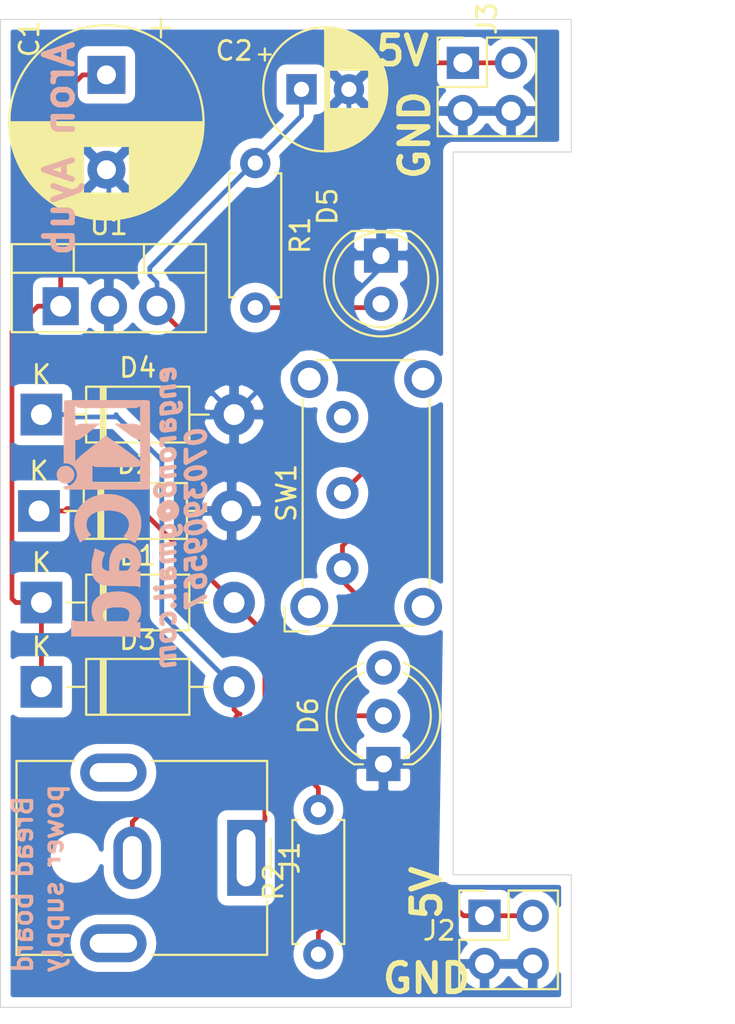
<source format=kicad_pcb>
(kicad_pcb (version 20171130) (host pcbnew "(5.1.5)-3")

  (general
    (thickness 1.6)
    (drawings 15)
    (tracks 104)
    (zones 0)
    (modules 16)
    (nets 10)
  )

  (page A4)
  (title_block
    (title "bread_board pcb")
    (date 6/11/2020)
    (company Aron_Ayub)
  )

  (layers
    (0 F.Cu signal)
    (31 B.Cu signal)
    (32 B.Adhes user)
    (33 F.Adhes user)
    (34 B.Paste user)
    (35 F.Paste user)
    (36 B.SilkS user)
    (37 F.SilkS user)
    (38 B.Mask user)
    (39 F.Mask user)
    (40 Dwgs.User user)
    (41 Cmts.User user)
    (42 Eco1.User user)
    (43 Eco2.User user)
    (44 Edge.Cuts user)
    (45 Margin user)
    (46 B.CrtYd user)
    (47 F.CrtYd user)
    (48 B.Fab user)
    (49 F.Fab user)
  )

  (setup
    (last_trace_width 0.25)
    (trace_clearance 0.2)
    (zone_clearance 0.508)
    (zone_45_only no)
    (trace_min 0.2)
    (via_size 0.8)
    (via_drill 0.4)
    (via_min_size 0.4)
    (via_min_drill 0.3)
    (uvia_size 0.3)
    (uvia_drill 0.1)
    (uvias_allowed no)
    (uvia_min_size 0.2)
    (uvia_min_drill 0.1)
    (edge_width 0.05)
    (segment_width 0.2)
    (pcb_text_width 0.3)
    (pcb_text_size 1.5 1.5)
    (mod_edge_width 0.12)
    (mod_text_size 1 1)
    (mod_text_width 0.15)
    (pad_size 1.524 1.524)
    (pad_drill 0.762)
    (pad_to_mask_clearance 0.051)
    (solder_mask_min_width 0.25)
    (aux_axis_origin 0 0)
    (visible_elements 7FFFFFFF)
    (pcbplotparams
      (layerselection 0x010fc_ffffffff)
      (usegerberextensions true)
      (usegerberattributes false)
      (usegerberadvancedattributes false)
      (creategerberjobfile false)
      (excludeedgelayer true)
      (linewidth 0.100000)
      (plotframeref false)
      (viasonmask false)
      (mode 1)
      (useauxorigin false)
      (hpglpennumber 1)
      (hpglpenspeed 20)
      (hpglpendiameter 15.000000)
      (psnegative false)
      (psa4output false)
      (plotreference true)
      (plotvalue true)
      (plotinvisibletext false)
      (padsonsilk false)
      (subtractmaskfromsilk false)
      (outputformat 1)
      (mirror false)
      (drillshape 0)
      (scaleselection 1)
      (outputdirectory "Garber/"))
  )

  (net 0 "")
  (net 1 /Vin)
  (net 2 /Vout1)
  (net 3 "Net-(D1-Pad2)")
  (net 4 "Net-(D5-Pad2)")
  (net 5 "Net-(D6-Pad2)")
  (net 6 "Net-(J2-Pad1)")
  (net 7 "Net-(SW1-Pad3)")
  (net 8 /V-)
  (net 9 "Net-(D3-Pad2)")

  (net_class Default "This is the default net class."
    (clearance 0.2)
    (trace_width 0.25)
    (via_dia 0.8)
    (via_drill 0.4)
    (uvia_dia 0.3)
    (uvia_drill 0.1)
    (add_net /V-)
    (add_net /Vin)
    (add_net /Vout1)
    (add_net "Net-(D1-Pad2)")
    (add_net "Net-(D3-Pad2)")
    (add_net "Net-(D5-Pad2)")
    (add_net "Net-(D6-Pad2)")
    (add_net "Net-(J2-Pad1)")
    (add_net "Net-(SW1-Pad3)")
  )

  (module Resistor_THT:R_Axial_DIN0207_L6.3mm_D2.5mm_P7.62mm_Horizontal (layer F.Cu) (tedit 5AE5139B) (tstamp 5FA5BFE7)
    (at 91.9226 59.8932 270)
    (descr "Resistor, Axial_DIN0207 series, Axial, Horizontal, pin pitch=7.62mm, 0.25W = 1/4W, length*diameter=6.3*2.5mm^2, http://cdn-reichelt.de/documents/datenblatt/B400/1_4W%23YAG.pdf")
    (tags "Resistor Axial_DIN0207 series Axial Horizontal pin pitch 7.62mm 0.25W = 1/4W length 6.3mm diameter 2.5mm")
    (path /5FA41D41)
    (fp_text reference R1 (at 3.81 -2.37 90) (layer F.SilkS)
      (effects (font (size 1 1) (thickness 0.15)))
    )
    (fp_text value 560 (at 4.2418 1.905 90) (layer F.Fab)
      (effects (font (size 1 1) (thickness 0.15)))
    )
    (fp_text user %R (at 3.81 0 90) (layer F.Fab)
      (effects (font (size 1 1) (thickness 0.15)))
    )
    (fp_line (start 8.67 -1.5) (end -1.05 -1.5) (layer F.CrtYd) (width 0.05))
    (fp_line (start 8.67 1.5) (end 8.67 -1.5) (layer F.CrtYd) (width 0.05))
    (fp_line (start -1.05 1.5) (end 8.67 1.5) (layer F.CrtYd) (width 0.05))
    (fp_line (start -1.05 -1.5) (end -1.05 1.5) (layer F.CrtYd) (width 0.05))
    (fp_line (start 7.08 1.37) (end 7.08 1.04) (layer F.SilkS) (width 0.12))
    (fp_line (start 0.54 1.37) (end 7.08 1.37) (layer F.SilkS) (width 0.12))
    (fp_line (start 0.54 1.04) (end 0.54 1.37) (layer F.SilkS) (width 0.12))
    (fp_line (start 7.08 -1.37) (end 7.08 -1.04) (layer F.SilkS) (width 0.12))
    (fp_line (start 0.54 -1.37) (end 7.08 -1.37) (layer F.SilkS) (width 0.12))
    (fp_line (start 0.54 -1.04) (end 0.54 -1.37) (layer F.SilkS) (width 0.12))
    (fp_line (start 7.62 0) (end 6.96 0) (layer F.Fab) (width 0.1))
    (fp_line (start 0 0) (end 0.66 0) (layer F.Fab) (width 0.1))
    (fp_line (start 6.96 -1.25) (end 0.66 -1.25) (layer F.Fab) (width 0.1))
    (fp_line (start 6.96 1.25) (end 6.96 -1.25) (layer F.Fab) (width 0.1))
    (fp_line (start 0.66 1.25) (end 6.96 1.25) (layer F.Fab) (width 0.1))
    (fp_line (start 0.66 -1.25) (end 0.66 1.25) (layer F.Fab) (width 0.1))
    (pad 2 thru_hole oval (at 7.62 0 270) (size 1.6 1.6) (drill 0.8) (layers *.Cu *.Mask)
      (net 4 "Net-(D5-Pad2)"))
    (pad 1 thru_hole circle (at 0 0 270) (size 1.6 1.6) (drill 0.8) (layers *.Cu *.Mask)
      (net 2 /Vout1))
    (model ${KISYS3DMOD}/Resistor_THT.3dshapes/R_Axial_DIN0207_L6.3mm_D2.5mm_P7.62mm_Horizontal.wrl
      (at (xyz 0 0 0))
      (scale (xyz 1 1 1))
      (rotate (xyz 0 0 0))
    )
  )

  (module Capacitor_THT:CP_Radial_D6.3mm_P2.50mm (layer F.Cu) (tedit 5AE50EF0) (tstamp 5FA532C0)
    (at 94.361 56.007)
    (descr "CP, Radial series, Radial, pin pitch=2.50mm, , diameter=6.3mm, Electrolytic Capacitor")
    (tags "CP Radial series Radial pin pitch 2.50mm  diameter 6.3mm Electrolytic Capacitor")
    (path /5FA374CD)
    (fp_text reference C2 (at -3.556 -2.032) (layer F.SilkS)
      (effects (font (size 1 1) (thickness 0.15)))
    )
    (fp_text value 470uF (at -2.7432 -0.4572 90) (layer F.Fab)
      (effects (font (size 1 1) (thickness 0.15)))
    )
    (fp_circle (center 1.25 0) (end 4.4 0) (layer F.Fab) (width 0.1))
    (fp_circle (center 1.25 0) (end 4.52 0) (layer F.SilkS) (width 0.12))
    (fp_circle (center 1.25 0) (end 4.65 0) (layer F.CrtYd) (width 0.05))
    (fp_line (start -1.443972 -1.3735) (end -0.813972 -1.3735) (layer F.Fab) (width 0.1))
    (fp_line (start -1.128972 -1.6885) (end -1.128972 -1.0585) (layer F.Fab) (width 0.1))
    (fp_line (start 1.25 -3.23) (end 1.25 3.23) (layer F.SilkS) (width 0.12))
    (fp_line (start 1.29 -3.23) (end 1.29 3.23) (layer F.SilkS) (width 0.12))
    (fp_line (start 1.33 -3.23) (end 1.33 3.23) (layer F.SilkS) (width 0.12))
    (fp_line (start 1.37 -3.228) (end 1.37 3.228) (layer F.SilkS) (width 0.12))
    (fp_line (start 1.41 -3.227) (end 1.41 3.227) (layer F.SilkS) (width 0.12))
    (fp_line (start 1.45 -3.224) (end 1.45 3.224) (layer F.SilkS) (width 0.12))
    (fp_line (start 1.49 -3.222) (end 1.49 -1.04) (layer F.SilkS) (width 0.12))
    (fp_line (start 1.49 1.04) (end 1.49 3.222) (layer F.SilkS) (width 0.12))
    (fp_line (start 1.53 -3.218) (end 1.53 -1.04) (layer F.SilkS) (width 0.12))
    (fp_line (start 1.53 1.04) (end 1.53 3.218) (layer F.SilkS) (width 0.12))
    (fp_line (start 1.57 -3.215) (end 1.57 -1.04) (layer F.SilkS) (width 0.12))
    (fp_line (start 1.57 1.04) (end 1.57 3.215) (layer F.SilkS) (width 0.12))
    (fp_line (start 1.61 -3.211) (end 1.61 -1.04) (layer F.SilkS) (width 0.12))
    (fp_line (start 1.61 1.04) (end 1.61 3.211) (layer F.SilkS) (width 0.12))
    (fp_line (start 1.65 -3.206) (end 1.65 -1.04) (layer F.SilkS) (width 0.12))
    (fp_line (start 1.65 1.04) (end 1.65 3.206) (layer F.SilkS) (width 0.12))
    (fp_line (start 1.69 -3.201) (end 1.69 -1.04) (layer F.SilkS) (width 0.12))
    (fp_line (start 1.69 1.04) (end 1.69 3.201) (layer F.SilkS) (width 0.12))
    (fp_line (start 1.73 -3.195) (end 1.73 -1.04) (layer F.SilkS) (width 0.12))
    (fp_line (start 1.73 1.04) (end 1.73 3.195) (layer F.SilkS) (width 0.12))
    (fp_line (start 1.77 -3.189) (end 1.77 -1.04) (layer F.SilkS) (width 0.12))
    (fp_line (start 1.77 1.04) (end 1.77 3.189) (layer F.SilkS) (width 0.12))
    (fp_line (start 1.81 -3.182) (end 1.81 -1.04) (layer F.SilkS) (width 0.12))
    (fp_line (start 1.81 1.04) (end 1.81 3.182) (layer F.SilkS) (width 0.12))
    (fp_line (start 1.85 -3.175) (end 1.85 -1.04) (layer F.SilkS) (width 0.12))
    (fp_line (start 1.85 1.04) (end 1.85 3.175) (layer F.SilkS) (width 0.12))
    (fp_line (start 1.89 -3.167) (end 1.89 -1.04) (layer F.SilkS) (width 0.12))
    (fp_line (start 1.89 1.04) (end 1.89 3.167) (layer F.SilkS) (width 0.12))
    (fp_line (start 1.93 -3.159) (end 1.93 -1.04) (layer F.SilkS) (width 0.12))
    (fp_line (start 1.93 1.04) (end 1.93 3.159) (layer F.SilkS) (width 0.12))
    (fp_line (start 1.971 -3.15) (end 1.971 -1.04) (layer F.SilkS) (width 0.12))
    (fp_line (start 1.971 1.04) (end 1.971 3.15) (layer F.SilkS) (width 0.12))
    (fp_line (start 2.011 -3.141) (end 2.011 -1.04) (layer F.SilkS) (width 0.12))
    (fp_line (start 2.011 1.04) (end 2.011 3.141) (layer F.SilkS) (width 0.12))
    (fp_line (start 2.051 -3.131) (end 2.051 -1.04) (layer F.SilkS) (width 0.12))
    (fp_line (start 2.051 1.04) (end 2.051 3.131) (layer F.SilkS) (width 0.12))
    (fp_line (start 2.091 -3.121) (end 2.091 -1.04) (layer F.SilkS) (width 0.12))
    (fp_line (start 2.091 1.04) (end 2.091 3.121) (layer F.SilkS) (width 0.12))
    (fp_line (start 2.131 -3.11) (end 2.131 -1.04) (layer F.SilkS) (width 0.12))
    (fp_line (start 2.131 1.04) (end 2.131 3.11) (layer F.SilkS) (width 0.12))
    (fp_line (start 2.171 -3.098) (end 2.171 -1.04) (layer F.SilkS) (width 0.12))
    (fp_line (start 2.171 1.04) (end 2.171 3.098) (layer F.SilkS) (width 0.12))
    (fp_line (start 2.211 -3.086) (end 2.211 -1.04) (layer F.SilkS) (width 0.12))
    (fp_line (start 2.211 1.04) (end 2.211 3.086) (layer F.SilkS) (width 0.12))
    (fp_line (start 2.251 -3.074) (end 2.251 -1.04) (layer F.SilkS) (width 0.12))
    (fp_line (start 2.251 1.04) (end 2.251 3.074) (layer F.SilkS) (width 0.12))
    (fp_line (start 2.291 -3.061) (end 2.291 -1.04) (layer F.SilkS) (width 0.12))
    (fp_line (start 2.291 1.04) (end 2.291 3.061) (layer F.SilkS) (width 0.12))
    (fp_line (start 2.331 -3.047) (end 2.331 -1.04) (layer F.SilkS) (width 0.12))
    (fp_line (start 2.331 1.04) (end 2.331 3.047) (layer F.SilkS) (width 0.12))
    (fp_line (start 2.371 -3.033) (end 2.371 -1.04) (layer F.SilkS) (width 0.12))
    (fp_line (start 2.371 1.04) (end 2.371 3.033) (layer F.SilkS) (width 0.12))
    (fp_line (start 2.411 -3.018) (end 2.411 -1.04) (layer F.SilkS) (width 0.12))
    (fp_line (start 2.411 1.04) (end 2.411 3.018) (layer F.SilkS) (width 0.12))
    (fp_line (start 2.451 -3.002) (end 2.451 -1.04) (layer F.SilkS) (width 0.12))
    (fp_line (start 2.451 1.04) (end 2.451 3.002) (layer F.SilkS) (width 0.12))
    (fp_line (start 2.491 -2.986) (end 2.491 -1.04) (layer F.SilkS) (width 0.12))
    (fp_line (start 2.491 1.04) (end 2.491 2.986) (layer F.SilkS) (width 0.12))
    (fp_line (start 2.531 -2.97) (end 2.531 -1.04) (layer F.SilkS) (width 0.12))
    (fp_line (start 2.531 1.04) (end 2.531 2.97) (layer F.SilkS) (width 0.12))
    (fp_line (start 2.571 -2.952) (end 2.571 -1.04) (layer F.SilkS) (width 0.12))
    (fp_line (start 2.571 1.04) (end 2.571 2.952) (layer F.SilkS) (width 0.12))
    (fp_line (start 2.611 -2.934) (end 2.611 -1.04) (layer F.SilkS) (width 0.12))
    (fp_line (start 2.611 1.04) (end 2.611 2.934) (layer F.SilkS) (width 0.12))
    (fp_line (start 2.651 -2.916) (end 2.651 -1.04) (layer F.SilkS) (width 0.12))
    (fp_line (start 2.651 1.04) (end 2.651 2.916) (layer F.SilkS) (width 0.12))
    (fp_line (start 2.691 -2.896) (end 2.691 -1.04) (layer F.SilkS) (width 0.12))
    (fp_line (start 2.691 1.04) (end 2.691 2.896) (layer F.SilkS) (width 0.12))
    (fp_line (start 2.731 -2.876) (end 2.731 -1.04) (layer F.SilkS) (width 0.12))
    (fp_line (start 2.731 1.04) (end 2.731 2.876) (layer F.SilkS) (width 0.12))
    (fp_line (start 2.771 -2.856) (end 2.771 -1.04) (layer F.SilkS) (width 0.12))
    (fp_line (start 2.771 1.04) (end 2.771 2.856) (layer F.SilkS) (width 0.12))
    (fp_line (start 2.811 -2.834) (end 2.811 -1.04) (layer F.SilkS) (width 0.12))
    (fp_line (start 2.811 1.04) (end 2.811 2.834) (layer F.SilkS) (width 0.12))
    (fp_line (start 2.851 -2.812) (end 2.851 -1.04) (layer F.SilkS) (width 0.12))
    (fp_line (start 2.851 1.04) (end 2.851 2.812) (layer F.SilkS) (width 0.12))
    (fp_line (start 2.891 -2.79) (end 2.891 -1.04) (layer F.SilkS) (width 0.12))
    (fp_line (start 2.891 1.04) (end 2.891 2.79) (layer F.SilkS) (width 0.12))
    (fp_line (start 2.931 -2.766) (end 2.931 -1.04) (layer F.SilkS) (width 0.12))
    (fp_line (start 2.931 1.04) (end 2.931 2.766) (layer F.SilkS) (width 0.12))
    (fp_line (start 2.971 -2.742) (end 2.971 -1.04) (layer F.SilkS) (width 0.12))
    (fp_line (start 2.971 1.04) (end 2.971 2.742) (layer F.SilkS) (width 0.12))
    (fp_line (start 3.011 -2.716) (end 3.011 -1.04) (layer F.SilkS) (width 0.12))
    (fp_line (start 3.011 1.04) (end 3.011 2.716) (layer F.SilkS) (width 0.12))
    (fp_line (start 3.051 -2.69) (end 3.051 -1.04) (layer F.SilkS) (width 0.12))
    (fp_line (start 3.051 1.04) (end 3.051 2.69) (layer F.SilkS) (width 0.12))
    (fp_line (start 3.091 -2.664) (end 3.091 -1.04) (layer F.SilkS) (width 0.12))
    (fp_line (start 3.091 1.04) (end 3.091 2.664) (layer F.SilkS) (width 0.12))
    (fp_line (start 3.131 -2.636) (end 3.131 -1.04) (layer F.SilkS) (width 0.12))
    (fp_line (start 3.131 1.04) (end 3.131 2.636) (layer F.SilkS) (width 0.12))
    (fp_line (start 3.171 -2.607) (end 3.171 -1.04) (layer F.SilkS) (width 0.12))
    (fp_line (start 3.171 1.04) (end 3.171 2.607) (layer F.SilkS) (width 0.12))
    (fp_line (start 3.211 -2.578) (end 3.211 -1.04) (layer F.SilkS) (width 0.12))
    (fp_line (start 3.211 1.04) (end 3.211 2.578) (layer F.SilkS) (width 0.12))
    (fp_line (start 3.251 -2.548) (end 3.251 -1.04) (layer F.SilkS) (width 0.12))
    (fp_line (start 3.251 1.04) (end 3.251 2.548) (layer F.SilkS) (width 0.12))
    (fp_line (start 3.291 -2.516) (end 3.291 -1.04) (layer F.SilkS) (width 0.12))
    (fp_line (start 3.291 1.04) (end 3.291 2.516) (layer F.SilkS) (width 0.12))
    (fp_line (start 3.331 -2.484) (end 3.331 -1.04) (layer F.SilkS) (width 0.12))
    (fp_line (start 3.331 1.04) (end 3.331 2.484) (layer F.SilkS) (width 0.12))
    (fp_line (start 3.371 -2.45) (end 3.371 -1.04) (layer F.SilkS) (width 0.12))
    (fp_line (start 3.371 1.04) (end 3.371 2.45) (layer F.SilkS) (width 0.12))
    (fp_line (start 3.411 -2.416) (end 3.411 -1.04) (layer F.SilkS) (width 0.12))
    (fp_line (start 3.411 1.04) (end 3.411 2.416) (layer F.SilkS) (width 0.12))
    (fp_line (start 3.451 -2.38) (end 3.451 -1.04) (layer F.SilkS) (width 0.12))
    (fp_line (start 3.451 1.04) (end 3.451 2.38) (layer F.SilkS) (width 0.12))
    (fp_line (start 3.491 -2.343) (end 3.491 -1.04) (layer F.SilkS) (width 0.12))
    (fp_line (start 3.491 1.04) (end 3.491 2.343) (layer F.SilkS) (width 0.12))
    (fp_line (start 3.531 -2.305) (end 3.531 -1.04) (layer F.SilkS) (width 0.12))
    (fp_line (start 3.531 1.04) (end 3.531 2.305) (layer F.SilkS) (width 0.12))
    (fp_line (start 3.571 -2.265) (end 3.571 2.265) (layer F.SilkS) (width 0.12))
    (fp_line (start 3.611 -2.224) (end 3.611 2.224) (layer F.SilkS) (width 0.12))
    (fp_line (start 3.651 -2.182) (end 3.651 2.182) (layer F.SilkS) (width 0.12))
    (fp_line (start 3.691 -2.137) (end 3.691 2.137) (layer F.SilkS) (width 0.12))
    (fp_line (start 3.731 -2.092) (end 3.731 2.092) (layer F.SilkS) (width 0.12))
    (fp_line (start 3.771 -2.044) (end 3.771 2.044) (layer F.SilkS) (width 0.12))
    (fp_line (start 3.811 -1.995) (end 3.811 1.995) (layer F.SilkS) (width 0.12))
    (fp_line (start 3.851 -1.944) (end 3.851 1.944) (layer F.SilkS) (width 0.12))
    (fp_line (start 3.891 -1.89) (end 3.891 1.89) (layer F.SilkS) (width 0.12))
    (fp_line (start 3.931 -1.834) (end 3.931 1.834) (layer F.SilkS) (width 0.12))
    (fp_line (start 3.971 -1.776) (end 3.971 1.776) (layer F.SilkS) (width 0.12))
    (fp_line (start 4.011 -1.714) (end 4.011 1.714) (layer F.SilkS) (width 0.12))
    (fp_line (start 4.051 -1.65) (end 4.051 1.65) (layer F.SilkS) (width 0.12))
    (fp_line (start 4.091 -1.581) (end 4.091 1.581) (layer F.SilkS) (width 0.12))
    (fp_line (start 4.131 -1.509) (end 4.131 1.509) (layer F.SilkS) (width 0.12))
    (fp_line (start 4.171 -1.432) (end 4.171 1.432) (layer F.SilkS) (width 0.12))
    (fp_line (start 4.211 -1.35) (end 4.211 1.35) (layer F.SilkS) (width 0.12))
    (fp_line (start 4.251 -1.262) (end 4.251 1.262) (layer F.SilkS) (width 0.12))
    (fp_line (start 4.291 -1.165) (end 4.291 1.165) (layer F.SilkS) (width 0.12))
    (fp_line (start 4.331 -1.059) (end 4.331 1.059) (layer F.SilkS) (width 0.12))
    (fp_line (start 4.371 -0.94) (end 4.371 0.94) (layer F.SilkS) (width 0.12))
    (fp_line (start 4.411 -0.802) (end 4.411 0.802) (layer F.SilkS) (width 0.12))
    (fp_line (start 4.451 -0.633) (end 4.451 0.633) (layer F.SilkS) (width 0.12))
    (fp_line (start 4.491 -0.402) (end 4.491 0.402) (layer F.SilkS) (width 0.12))
    (fp_line (start -2.250241 -1.839) (end -1.620241 -1.839) (layer F.SilkS) (width 0.12))
    (fp_line (start -1.935241 -2.154) (end -1.935241 -1.524) (layer F.SilkS) (width 0.12))
    (fp_text user %R (at 1.25 0) (layer F.Fab)
      (effects (font (size 1 1) (thickness 0.15)))
    )
    (pad 1 thru_hole rect (at 0 0) (size 1.6 1.6) (drill 0.8) (layers *.Cu *.Mask)
      (net 2 /Vout1))
    (pad 2 thru_hole circle (at 2.5 0) (size 1.6 1.6) (drill 0.8) (layers *.Cu *.Mask)
      (net 8 /V-))
    (model ${KISYS3DMOD}/Capacitor_THT.3dshapes/CP_Radial_D6.3mm_P2.50mm.wrl
      (at (xyz 0 0 0))
      (scale (xyz 1 1 1))
      (rotate (xyz 0 0 0))
    )
  )

  (module Symbol:KiCad-Logo_5mm_SilkScreen (layer B.Cu) (tedit 0) (tstamp 5FA62B47)
    (at 84.4296 78.6638 270)
    (descr "KiCad Logo")
    (tags "Logo KiCad")
    (attr virtual)
    (fp_text reference REF** (at 0 5.08 270) (layer B.SilkS) hide
      (effects (font (size 1 1) (thickness 0.15)) (justify mirror))
    )
    (fp_text value KiCad-Logo_5mm_SilkScreen (at 0 -3.81 270) (layer F.Cu) hide
      (effects (font (size 1 1) (thickness 0.15)))
    )
    (fp_poly (pts (xy -2.273043 2.973429) (xy -2.176768 2.949191) (xy -2.090184 2.906359) (xy -2.015373 2.846581)
      (xy -1.954418 2.771506) (xy -1.909399 2.68278) (xy -1.883136 2.58647) (xy -1.877286 2.489205)
      (xy -1.89214 2.395346) (xy -1.92584 2.307489) (xy -1.976528 2.22823) (xy -2.042345 2.160164)
      (xy -2.121434 2.105888) (xy -2.211934 2.067998) (xy -2.2632 2.055574) (xy -2.307698 2.048053)
      (xy -2.341999 2.045081) (xy -2.37496 2.046906) (xy -2.415434 2.053775) (xy -2.448531 2.06075)
      (xy -2.541947 2.092259) (xy -2.625619 2.143383) (xy -2.697665 2.212571) (xy -2.7562 2.298272)
      (xy -2.770148 2.325511) (xy -2.786586 2.361878) (xy -2.796894 2.392418) (xy -2.80246 2.42455)
      (xy -2.804669 2.465693) (xy -2.804948 2.511778) (xy -2.800861 2.596135) (xy -2.787446 2.665414)
      (xy -2.762256 2.726039) (xy -2.722846 2.784433) (xy -2.684298 2.828698) (xy -2.612406 2.894516)
      (xy -2.537313 2.939947) (xy -2.454562 2.96715) (xy -2.376928 2.977424) (xy -2.273043 2.973429)) (layer B.SilkS) (width 0.01))
    (fp_poly (pts (xy 6.186507 0.527755) (xy 6.186526 0.293338) (xy 6.186552 0.080397) (xy 6.186625 -0.112168)
      (xy 6.186782 -0.285459) (xy 6.187064 -0.440576) (xy 6.187509 -0.57862) (xy 6.188156 -0.700692)
      (xy 6.189045 -0.807894) (xy 6.190213 -0.901326) (xy 6.191701 -0.98209) (xy 6.193546 -1.051286)
      (xy 6.195789 -1.110015) (xy 6.198469 -1.159379) (xy 6.201623 -1.200478) (xy 6.205292 -1.234413)
      (xy 6.209513 -1.262286) (xy 6.214327 -1.285198) (xy 6.219773 -1.304249) (xy 6.225888 -1.32054)
      (xy 6.232712 -1.335173) (xy 6.240285 -1.349249) (xy 6.248645 -1.363868) (xy 6.253839 -1.372974)
      (xy 6.288104 -1.433689) (xy 5.429955 -1.433689) (xy 5.429955 -1.337733) (xy 5.429224 -1.29437)
      (xy 5.427272 -1.261205) (xy 5.424463 -1.243424) (xy 5.423221 -1.241778) (xy 5.411799 -1.248662)
      (xy 5.389084 -1.266505) (xy 5.366385 -1.285879) (xy 5.3118 -1.326614) (xy 5.242321 -1.367617)
      (xy 5.16527 -1.405123) (xy 5.087965 -1.435364) (xy 5.057113 -1.445012) (xy 4.988616 -1.459578)
      (xy 4.905764 -1.469539) (xy 4.816371 -1.474583) (xy 4.728248 -1.474396) (xy 4.649207 -1.468666)
      (xy 4.611511 -1.462858) (xy 4.473414 -1.424797) (xy 4.346113 -1.367073) (xy 4.230292 -1.290211)
      (xy 4.126637 -1.194739) (xy 4.035833 -1.081179) (xy 3.969031 -0.970381) (xy 3.914164 -0.853625)
      (xy 3.872163 -0.734276) (xy 3.842167 -0.608283) (xy 3.823311 -0.471594) (xy 3.814732 -0.320158)
      (xy 3.814006 -0.242711) (xy 3.8161 -0.185934) (xy 4.645217 -0.185934) (xy 4.645424 -0.279002)
      (xy 4.648337 -0.366692) (xy 4.654 -0.443772) (xy 4.662455 -0.505009) (xy 4.665038 -0.51735)
      (xy 4.69684 -0.624633) (xy 4.738498 -0.711658) (xy 4.790363 -0.778642) (xy 4.852781 -0.825805)
      (xy 4.9261 -0.853365) (xy 5.010669 -0.861541) (xy 5.106835 -0.850551) (xy 5.170311 -0.834829)
      (xy 5.219454 -0.816639) (xy 5.273583 -0.790791) (xy 5.314244 -0.767089) (xy 5.3848 -0.720721)
      (xy 5.3848 0.42947) (xy 5.317392 0.473038) (xy 5.238867 0.51396) (xy 5.154681 0.540611)
      (xy 5.069557 0.552535) (xy 4.988216 0.549278) (xy 4.91538 0.530385) (xy 4.883426 0.514816)
      (xy 4.825501 0.471819) (xy 4.776544 0.415047) (xy 4.73539 0.342425) (xy 4.700874 0.251879)
      (xy 4.671833 0.141334) (xy 4.670552 0.135467) (xy 4.660381 0.073212) (xy 4.652739 -0.004594)
      (xy 4.64767 -0.09272) (xy 4.645217 -0.185934) (xy 3.8161 -0.185934) (xy 3.821857 -0.029895)
      (xy 3.843802 0.165941) (xy 3.879786 0.344668) (xy 3.929759 0.506155) (xy 3.993668 0.650274)
      (xy 4.071462 0.776894) (xy 4.163089 0.885885) (xy 4.268497 0.977117) (xy 4.313662 1.008068)
      (xy 4.414611 1.064215) (xy 4.517901 1.103826) (xy 4.627989 1.127986) (xy 4.74933 1.137781)
      (xy 4.841836 1.136735) (xy 4.97149 1.125769) (xy 5.084084 1.103954) (xy 5.182875 1.070286)
      (xy 5.271121 1.023764) (xy 5.319986 0.989552) (xy 5.349353 0.967638) (xy 5.371043 0.952667)
      (xy 5.379253 0.948267) (xy 5.380868 0.959096) (xy 5.382159 0.989749) (xy 5.383138 1.037474)
      (xy 5.383817 1.099521) (xy 5.38421 1.173138) (xy 5.38433 1.255573) (xy 5.384188 1.344075)
      (xy 5.383797 1.435893) (xy 5.383171 1.528276) (xy 5.38232 1.618472) (xy 5.38126 1.703729)
      (xy 5.380001 1.781297) (xy 5.378556 1.848424) (xy 5.376938 1.902359) (xy 5.375161 1.94035)
      (xy 5.374669 1.947333) (xy 5.367092 2.017749) (xy 5.355531 2.072898) (xy 5.337792 2.120019)
      (xy 5.311682 2.166353) (xy 5.305415 2.175933) (xy 5.280983 2.212622) (xy 6.186311 2.212622)
      (xy 6.186507 0.527755)) (layer B.SilkS) (width 0.01))
    (fp_poly (pts (xy 2.673574 1.133448) (xy 2.825492 1.113433) (xy 2.960756 1.079798) (xy 3.080239 1.032275)
      (xy 3.184815 0.970595) (xy 3.262424 0.907035) (xy 3.331265 0.832901) (xy 3.385006 0.753129)
      (xy 3.42791 0.660909) (xy 3.443384 0.617839) (xy 3.456244 0.578858) (xy 3.467446 0.542711)
      (xy 3.47712 0.507566) (xy 3.485396 0.47159) (xy 3.492403 0.43295) (xy 3.498272 0.389815)
      (xy 3.503131 0.340351) (xy 3.50711 0.282727) (xy 3.51034 0.215109) (xy 3.512949 0.135666)
      (xy 3.515067 0.042564) (xy 3.516824 -0.066027) (xy 3.518349 -0.191942) (xy 3.519772 -0.337012)
      (xy 3.521025 -0.479778) (xy 3.522351 -0.635968) (xy 3.523556 -0.771239) (xy 3.524766 -0.887246)
      (xy 3.526106 -0.985645) (xy 3.5277 -1.068093) (xy 3.529675 -1.136246) (xy 3.532156 -1.19176)
      (xy 3.535269 -1.236292) (xy 3.539138 -1.271498) (xy 3.543889 -1.299034) (xy 3.549648 -1.320556)
      (xy 3.556539 -1.337722) (xy 3.564689 -1.352186) (xy 3.574223 -1.365606) (xy 3.585266 -1.379638)
      (xy 3.589566 -1.385071) (xy 3.605386 -1.40791) (xy 3.612422 -1.423463) (xy 3.612444 -1.423922)
      (xy 3.601567 -1.426121) (xy 3.570582 -1.428147) (xy 3.521957 -1.429942) (xy 3.458163 -1.431451)
      (xy 3.381669 -1.432616) (xy 3.294944 -1.43338) (xy 3.200457 -1.433686) (xy 3.18955 -1.433689)
      (xy 2.766657 -1.433689) (xy 2.763395 -1.337622) (xy 2.760133 -1.241556) (xy 2.698044 -1.292543)
      (xy 2.600714 -1.360057) (xy 2.490813 -1.414749) (xy 2.404349 -1.444978) (xy 2.335278 -1.459666)
      (xy 2.251925 -1.469659) (xy 2.162159 -1.474646) (xy 2.073845 -1.474313) (xy 1.994851 -1.468351)
      (xy 1.958622 -1.462638) (xy 1.818603 -1.424776) (xy 1.692178 -1.369932) (xy 1.58026 -1.298924)
      (xy 1.483762 -1.212568) (xy 1.4036 -1.111679) (xy 1.340687 -0.997076) (xy 1.296312 -0.870984)
      (xy 1.283978 -0.814401) (xy 1.276368 -0.752202) (xy 1.272739 -0.677363) (xy 1.272245 -0.643467)
      (xy 1.27231 -0.640282) (xy 2.032248 -0.640282) (xy 2.041541 -0.715333) (xy 2.069728 -0.77916)
      (xy 2.118197 -0.834798) (xy 2.123254 -0.839211) (xy 2.171548 -0.874037) (xy 2.223257 -0.89662)
      (xy 2.283989 -0.90854) (xy 2.359352 -0.911383) (xy 2.377459 -0.910978) (xy 2.431278 -0.908325)
      (xy 2.471308 -0.902909) (xy 2.506324 -0.892745) (xy 2.545103 -0.87585) (xy 2.555745 -0.870672)
      (xy 2.616396 -0.834844) (xy 2.663215 -0.792212) (xy 2.675952 -0.776973) (xy 2.720622 -0.720462)
      (xy 2.720622 -0.524586) (xy 2.720086 -0.445939) (xy 2.718396 -0.387988) (xy 2.715428 -0.348875)
      (xy 2.711057 -0.326741) (xy 2.706972 -0.320274) (xy 2.691047 -0.317111) (xy 2.657264 -0.314488)
      (xy 2.61034 -0.312655) (xy 2.554993 -0.311857) (xy 2.546106 -0.311842) (xy 2.42533 -0.317096)
      (xy 2.32266 -0.333263) (xy 2.236106 -0.360961) (xy 2.163681 -0.400808) (xy 2.108751 -0.447758)
      (xy 2.064204 -0.505645) (xy 2.03948 -0.568693) (xy 2.032248 -0.640282) (xy 1.27231 -0.640282)
      (xy 1.274178 -0.549712) (xy 1.282522 -0.470812) (xy 1.298768 -0.39959) (xy 1.324405 -0.328864)
      (xy 1.348401 -0.276493) (xy 1.40702 -0.181196) (xy 1.485117 -0.09317) (xy 1.580315 -0.014017)
      (xy 1.690238 0.05466) (xy 1.81251 0.111259) (xy 1.944755 0.154179) (xy 2.009422 0.169118)
      (xy 2.145604 0.191223) (xy 2.294049 0.205806) (xy 2.445505 0.212187) (xy 2.572064 0.210555)
      (xy 2.73395 0.203776) (xy 2.72653 0.262755) (xy 2.707238 0.361908) (xy 2.676104 0.442628)
      (xy 2.632269 0.505534) (xy 2.574871 0.551244) (xy 2.503048 0.580378) (xy 2.415941 0.593553)
      (xy 2.312686 0.591389) (xy 2.274711 0.587388) (xy 2.13352 0.56222) (xy 1.996707 0.521186)
      (xy 1.902178 0.483185) (xy 1.857018 0.46381) (xy 1.818585 0.44824) (xy 1.792234 0.438595)
      (xy 1.784546 0.436548) (xy 1.774802 0.445626) (xy 1.758083 0.474595) (xy 1.734232 0.523783)
      (xy 1.703093 0.593516) (xy 1.664507 0.684121) (xy 1.65791 0.699911) (xy 1.627853 0.772228)
      (xy 1.600874 0.837575) (xy 1.578136 0.893094) (xy 1.560806 0.935928) (xy 1.550048 0.963219)
      (xy 1.546941 0.972058) (xy 1.55694 0.976813) (xy 1.583217 0.98209) (xy 1.611489 0.985769)
      (xy 1.641646 0.990526) (xy 1.689433 0.999972) (xy 1.750612 1.01318) (xy 1.820946 1.029224)
      (xy 1.896194 1.04718) (xy 1.924755 1.054203) (xy 2.029816 1.079791) (xy 2.11748 1.099853)
      (xy 2.192068 1.115031) (xy 2.257903 1.125965) (xy 2.319307 1.133296) (xy 2.380602 1.137665)
      (xy 2.44611 1.139713) (xy 2.504128 1.140111) (xy 2.673574 1.133448)) (layer B.SilkS) (width 0.01))
    (fp_poly (pts (xy 0.328429 2.050929) (xy 0.48857 2.029755) (xy 0.65251 1.989615) (xy 0.822313 1.930111)
      (xy 1.000043 1.850846) (xy 1.01131 1.845301) (xy 1.069005 1.817275) (xy 1.120552 1.793198)
      (xy 1.162191 1.774751) (xy 1.190162 1.763614) (xy 1.199733 1.761067) (xy 1.21895 1.756059)
      (xy 1.223561 1.751853) (xy 1.218458 1.74142) (xy 1.202418 1.715132) (xy 1.177288 1.675743)
      (xy 1.144914 1.626009) (xy 1.107143 1.568685) (xy 1.065822 1.506524) (xy 1.022798 1.442282)
      (xy 0.979917 1.378715) (xy 0.939026 1.318575) (xy 0.901971 1.26462) (xy 0.8706 1.219603)
      (xy 0.846759 1.186279) (xy 0.832294 1.167403) (xy 0.830309 1.165213) (xy 0.820191 1.169862)
      (xy 0.79785 1.187038) (xy 0.76728 1.21356) (xy 0.751536 1.228036) (xy 0.655047 1.303318)
      (xy 0.548336 1.358759) (xy 0.432832 1.393859) (xy 0.309962 1.40812) (xy 0.240561 1.406949)
      (xy 0.119423 1.389788) (xy 0.010205 1.353906) (xy -0.087418 1.299041) (xy -0.173772 1.22493)
      (xy -0.249185 1.131312) (xy -0.313982 1.017924) (xy -0.351399 0.931333) (xy -0.395252 0.795634)
      (xy -0.427572 0.64815) (xy -0.448443 0.492686) (xy -0.457949 0.333044) (xy -0.456173 0.173027)
      (xy -0.443197 0.016439) (xy -0.419106 -0.132918) (xy -0.383982 -0.27124) (xy -0.337908 -0.394724)
      (xy -0.321627 -0.428978) (xy -0.25338 -0.543064) (xy -0.172921 -0.639557) (xy -0.08143 -0.71767)
      (xy 0.019911 -0.776617) (xy 0.12992 -0.815612) (xy 0.247415 -0.833868) (xy 0.288883 -0.835211)
      (xy 0.410441 -0.82429) (xy 0.530878 -0.791474) (xy 0.648666 -0.737439) (xy 0.762277 -0.662865)
      (xy 0.853685 -0.584539) (xy 0.900215 -0.540008) (xy 1.081483 -0.837271) (xy 1.12658 -0.911433)
      (xy 1.167819 -0.979646) (xy 1.203735 -1.039459) (xy 1.232866 -1.08842) (xy 1.25375 -1.124079)
      (xy 1.264924 -1.143984) (xy 1.266375 -1.147079) (xy 1.258146 -1.156718) (xy 1.232567 -1.173999)
      (xy 1.192873 -1.197283) (xy 1.142297 -1.224934) (xy 1.084074 -1.255315) (xy 1.021437 -1.28679)
      (xy 0.957621 -1.317722) (xy 0.89586 -1.346473) (xy 0.839388 -1.371408) (xy 0.791438 -1.390889)
      (xy 0.767986 -1.399318) (xy 0.634221 -1.437133) (xy 0.496327 -1.462136) (xy 0.348622 -1.47514)
      (xy 0.221833 -1.477468) (xy 0.153878 -1.476373) (xy 0.088277 -1.474275) (xy 0.030847 -1.471434)
      (xy -0.012597 -1.468106) (xy -0.026702 -1.466422) (xy -0.165716 -1.437587) (xy -0.307243 -1.392468)
      (xy -0.444725 -1.33375) (xy -0.571606 -1.26412) (xy -0.649111 -1.211441) (xy -0.776519 -1.103239)
      (xy -0.894822 -0.976671) (xy -1.001828 -0.834866) (xy -1.095348 -0.680951) (xy -1.17319 -0.518053)
      (xy -1.217044 -0.400756) (xy -1.267292 -0.217128) (xy -1.300791 -0.022581) (xy -1.317551 0.178675)
      (xy -1.317584 0.382432) (xy -1.300899 0.584479) (xy -1.267507 0.780608) (xy -1.21742 0.966609)
      (xy -1.213603 0.978197) (xy -1.150719 1.14025) (xy -1.073972 1.288168) (xy -0.980758 1.426135)
      (xy -0.868473 1.558339) (xy -0.824608 1.603601) (xy -0.688466 1.727543) (xy -0.548509 1.830085)
      (xy -0.402589 1.912344) (xy -0.248558 1.975436) (xy -0.084268 2.020477) (xy 0.011289 2.037967)
      (xy 0.170023 2.053534) (xy 0.328429 2.050929)) (layer B.SilkS) (width 0.01))
    (fp_poly (pts (xy -2.9464 2.510946) (xy -2.935535 2.397007) (xy -2.903918 2.289384) (xy -2.853015 2.190385)
      (xy -2.784293 2.102316) (xy -2.699219 2.027484) (xy -2.602232 1.969616) (xy -2.495964 1.929995)
      (xy -2.38895 1.911427) (xy -2.2833 1.912566) (xy -2.181125 1.93207) (xy -2.084534 1.968594)
      (xy -1.995638 2.020795) (xy -1.916546 2.087327) (xy -1.849369 2.166848) (xy -1.796217 2.258013)
      (xy -1.759199 2.359477) (xy -1.740427 2.469898) (xy -1.738489 2.519794) (xy -1.738489 2.607733)
      (xy -1.68656 2.607733) (xy -1.650253 2.604889) (xy -1.623355 2.593089) (xy -1.596249 2.569351)
      (xy -1.557867 2.530969) (xy -1.557867 0.339398) (xy -1.557876 0.077261) (xy -1.557908 -0.163241)
      (xy -1.557972 -0.383048) (xy -1.558076 -0.583101) (xy -1.558227 -0.764344) (xy -1.558434 -0.927716)
      (xy -1.558706 -1.07416) (xy -1.55905 -1.204617) (xy -1.559474 -1.320029) (xy -1.559987 -1.421338)
      (xy -1.560597 -1.509484) (xy -1.561312 -1.58541) (xy -1.56214 -1.650057) (xy -1.563089 -1.704367)
      (xy -1.564167 -1.74928) (xy -1.565383 -1.78574) (xy -1.566745 -1.814687) (xy -1.568261 -1.837063)
      (xy -1.569938 -1.853809) (xy -1.571786 -1.865868) (xy -1.573813 -1.87418) (xy -1.576025 -1.879687)
      (xy -1.577108 -1.881537) (xy -1.581271 -1.888549) (xy -1.584805 -1.894996) (xy -1.588635 -1.9009)
      (xy -1.593682 -1.906286) (xy -1.600871 -1.911178) (xy -1.611123 -1.915598) (xy -1.625364 -1.919572)
      (xy -1.644514 -1.923121) (xy -1.669499 -1.92627) (xy -1.70124 -1.929042) (xy -1.740662 -1.931461)
      (xy -1.788686 -1.933551) (xy -1.846237 -1.935335) (xy -1.914237 -1.936837) (xy -1.99361 -1.93808)
      (xy -2.085279 -1.939089) (xy -2.190166 -1.939885) (xy -2.309196 -1.940494) (xy -2.44329 -1.940939)
      (xy -2.593373 -1.941243) (xy -2.760367 -1.94143) (xy -2.945196 -1.941524) (xy -3.148783 -1.941548)
      (xy -3.37205 -1.941525) (xy -3.615922 -1.94148) (xy -3.881321 -1.941437) (xy -3.919704 -1.941432)
      (xy -4.186682 -1.941389) (xy -4.432002 -1.941318) (xy -4.656583 -1.941213) (xy -4.861345 -1.941066)
      (xy -5.047206 -1.940869) (xy -5.215088 -1.940616) (xy -5.365908 -1.9403) (xy -5.500587 -1.939913)
      (xy -5.620044 -1.939447) (xy -5.725199 -1.938897) (xy -5.816971 -1.938253) (xy -5.896279 -1.937511)
      (xy -5.964043 -1.936661) (xy -6.021182 -1.935697) (xy -6.068617 -1.934611) (xy -6.107266 -1.933397)
      (xy -6.138049 -1.932047) (xy -6.161885 -1.930555) (xy -6.179694 -1.928911) (xy -6.192395 -1.927111)
      (xy -6.200908 -1.925145) (xy -6.205266 -1.923477) (xy -6.213728 -1.919906) (xy -6.221497 -1.91727)
      (xy -6.228602 -1.914634) (xy -6.235073 -1.911062) (xy -6.240939 -1.905621) (xy -6.246229 -1.897375)
      (xy -6.250974 -1.88539) (xy -6.255202 -1.868731) (xy -6.258943 -1.846463) (xy -6.262227 -1.817652)
      (xy -6.265083 -1.781363) (xy -6.26754 -1.736661) (xy -6.269629 -1.682611) (xy -6.271378 -1.618279)
      (xy -6.272817 -1.54273) (xy -6.273976 -1.45503) (xy -6.274883 -1.354243) (xy -6.275569 -1.239434)
      (xy -6.276063 -1.10967) (xy -6.276395 -0.964015) (xy -6.276593 -0.801535) (xy -6.276687 -0.621295)
      (xy -6.276708 -0.42236) (xy -6.276685 -0.203796) (xy -6.276646 0.035332) (xy -6.276622 0.29596)
      (xy -6.276622 0.338111) (xy -6.276636 0.601008) (xy -6.276661 0.842268) (xy -6.276671 1.062835)
      (xy -6.276642 1.263648) (xy -6.276548 1.445651) (xy -6.276362 1.609784) (xy -6.276059 1.756989)
      (xy -6.275614 1.888208) (xy -6.275034 1.998133) (xy -5.972197 1.998133) (xy -5.932407 1.940289)
      (xy -5.921236 1.924521) (xy -5.911166 1.910559) (xy -5.902138 1.897216) (xy -5.894097 1.883307)
      (xy -5.886986 1.867644) (xy -5.880747 1.849042) (xy -5.875325 1.826314) (xy -5.870662 1.798273)
      (xy -5.866701 1.763733) (xy -5.863385 1.721508) (xy -5.860659 1.670411) (xy -5.858464 1.609256)
      (xy -5.856745 1.536856) (xy -5.855444 1.452025) (xy -5.854505 1.353578) (xy -5.85387 1.240326)
      (xy -5.853484 1.111084) (xy -5.853288 0.964666) (xy -5.853227 0.799884) (xy -5.853243 0.615553)
      (xy -5.85328 0.410487) (xy -5.853289 0.287867) (xy -5.853265 0.070918) (xy -5.853231 -0.124642)
      (xy -5.853243 -0.299999) (xy -5.853358 -0.456341) (xy -5.85363 -0.594857) (xy -5.854118 -0.716734)
      (xy -5.854876 -0.82316) (xy -5.855962 -0.915322) (xy -5.857431 -0.994409) (xy -5.85934 -1.061608)
      (xy -5.861744 -1.118107) (xy -5.864701 -1.165093) (xy -5.868266 -1.203755) (xy -5.872495 -1.23528)
      (xy -5.877446 -1.260855) (xy -5.883173 -1.28167) (xy -5.889733 -1.298911) (xy -5.897183 -1.313765)
      (xy -5.905579 -1.327422) (xy -5.914976 -1.341069) (xy -5.925432 -1.355893) (xy -5.931523 -1.364783)
      (xy -5.970296 -1.4224) (xy -5.438732 -1.4224) (xy -5.315483 -1.422365) (xy -5.212987 -1.422215)
      (xy -5.12942 -1.421878) (xy -5.062956 -1.421286) (xy -5.011771 -1.420367) (xy -4.974041 -1.419051)
      (xy -4.94794 -1.417269) (xy -4.931644 -1.414951) (xy -4.923328 -1.412026) (xy -4.921168 -1.408424)
      (xy -4.923339 -1.404075) (xy -4.924535 -1.402645) (xy -4.949685 -1.365573) (xy -4.975583 -1.312772)
      (xy -4.999192 -1.25077) (xy -5.007461 -1.224357) (xy -5.012078 -1.206416) (xy -5.015979 -1.185355)
      (xy -5.019248 -1.159089) (xy -5.021966 -1.125532) (xy -5.024215 -1.082599) (xy -5.026077 -1.028204)
      (xy -5.027636 -0.960262) (xy -5.028972 -0.876688) (xy -5.030169 -0.775395) (xy -5.031308 -0.6543)
      (xy -5.031685 -0.6096) (xy -5.032702 -0.484449) (xy -5.03346 -0.380082) (xy -5.033903 -0.294707)
      (xy -5.03397 -0.226533) (xy -5.033605 -0.173765) (xy -5.032748 -0.134614) (xy -5.031341 -0.107285)
      (xy -5.029325 -0.089986) (xy -5.026643 -0.080926) (xy -5.023236 -0.078312) (xy -5.019044 -0.080351)
      (xy -5.014571 -0.084667) (xy -5.004216 -0.097602) (xy -4.982158 -0.126676) (xy -4.949957 -0.169759)
      (xy -4.909174 -0.224718) (xy -4.86137 -0.289423) (xy -4.808105 -0.361742) (xy -4.75094 -0.439544)
      (xy -4.691437 -0.520698) (xy -4.631155 -0.603072) (xy -4.571655 -0.684536) (xy -4.514498 -0.762957)
      (xy -4.461245 -0.836204) (xy -4.413457 -0.902147) (xy -4.372693 -0.958654) (xy -4.340516 -1.003593)
      (xy -4.318485 -1.034834) (xy -4.313917 -1.041466) (xy -4.290996 -1.078369) (xy -4.264188 -1.126359)
      (xy -4.238789 -1.175897) (xy -4.235568 -1.182577) (xy -4.21389 -1.230772) (xy -4.201304 -1.268334)
      (xy -4.195574 -1.30416) (xy -4.194456 -1.3462) (xy -4.19509 -1.4224) (xy -3.040651 -1.4224)
      (xy -3.131815 -1.328669) (xy -3.178612 -1.278775) (xy -3.228899 -1.222295) (xy -3.274944 -1.168026)
      (xy -3.295369 -1.142673) (xy -3.325807 -1.103128) (xy -3.365862 -1.049916) (xy -3.414361 -0.984667)
      (xy -3.470135 -0.909011) (xy -3.532011 -0.824577) (xy -3.598819 -0.732994) (xy -3.669387 -0.635892)
      (xy -3.742545 -0.534901) (xy -3.817121 -0.43165) (xy -3.891944 -0.327768) (xy -3.965843 -0.224885)
      (xy -4.037646 -0.124631) (xy -4.106184 -0.028636) (xy -4.170284 0.061473) (xy -4.228775 0.144064)
      (xy -4.280486 0.217508) (xy -4.324247 0.280176) (xy -4.358885 0.330439) (xy -4.38323 0.366666)
      (xy -4.396111 0.387229) (xy -4.397869 0.391332) (xy -4.38991 0.402658) (xy -4.369115 0.429838)
      (xy -4.336847 0.471171) (xy -4.29447 0.524956) (xy -4.243347 0.589494) (xy -4.184841 0.663082)
      (xy -4.120314 0.744022) (xy -4.051131 0.830612) (xy -3.978653 0.921152) (xy -3.904246 1.01394)
      (xy -3.844517 1.088298) (xy -2.833511 1.088298) (xy -2.827602 1.075341) (xy -2.813272 1.053092)
      (xy -2.812225 1.051609) (xy -2.793438 1.021456) (xy -2.773791 0.984625) (xy -2.769892 0.976489)
      (xy -2.766356 0.96806) (xy -2.76323 0.957941) (xy -2.760486 0.94474) (xy -2.758092 0.927062)
      (xy -2.756019 0.903516) (xy -2.754235 0.872707) (xy -2.752712 0.833243) (xy -2.751419 0.783731)
      (xy -2.750326 0.722777) (xy -2.749403 0.648989) (xy -2.748619 0.560972) (xy -2.747945 0.457335)
      (xy -2.74735 0.336684) (xy -2.746805 0.197626) (xy -2.746279 0.038768) (xy -2.745745 -0.140089)
      (xy -2.745206 -0.325207) (xy -2.744772 -0.489145) (xy -2.744509 -0.633303) (xy -2.744484 -0.759079)
      (xy -2.744765 -0.867871) (xy -2.745419 -0.961077) (xy -2.746514 -1.040097) (xy -2.748118 -1.106328)
      (xy -2.750297 -1.16117) (xy -2.753119 -1.206021) (xy -2.756651 -1.242278) (xy -2.760961 -1.271341)
      (xy -2.766117 -1.294609) (xy -2.772185 -1.313479) (xy -2.779233 -1.329351) (xy -2.787329 -1.343622)
      (xy -2.79654 -1.357691) (xy -2.80504 -1.370158) (xy -2.822176 -1.396452) (xy -2.832322 -1.414037)
      (xy -2.833511 -1.417257) (xy -2.822604 -1.418334) (xy -2.791411 -1.419335) (xy -2.742223 -1.420235)
      (xy -2.677333 -1.42101) (xy -2.59903 -1.421637) (xy -2.509607 -1.422091) (xy -2.411356 -1.422349)
      (xy -2.342445 -1.4224) (xy -2.237452 -1.42218) (xy -2.14061 -1.421548) (xy -2.054107 -1.420549)
      (xy -1.980132 -1.419227) (xy -1.920874 -1.417626) (xy -1.87852 -1.415791) (xy -1.85526 -1.413765)
      (xy -1.851378 -1.412493) (xy -1.859076 -1.397591) (xy -1.867074 -1.38956) (xy -1.880246 -1.372434)
      (xy -1.897485 -1.342183) (xy -1.909407 -1.317622) (xy -1.936045 -1.258711) (xy -1.93912 -0.081845)
      (xy -1.942195 1.095022) (xy -2.387853 1.095022) (xy -2.48567 1.094858) (xy -2.576064 1.094389)
      (xy -2.65663 1.093653) (xy -2.724962 1.092684) (xy -2.778656 1.09152) (xy -2.815305 1.090197)
      (xy -2.832504 1.088751) (xy -2.833511 1.088298) (xy -3.844517 1.088298) (xy -3.82927 1.107278)
      (xy -3.75509 1.199463) (xy -3.683069 1.288796) (xy -3.614569 1.373576) (xy -3.550955 1.452102)
      (xy -3.493588 1.522674) (xy -3.443833 1.583591) (xy -3.403052 1.633153) (xy -3.385888 1.653822)
      (xy -3.299596 1.754484) (xy -3.222997 1.837741) (xy -3.154183 1.905562) (xy -3.091248 1.959911)
      (xy -3.081867 1.967278) (xy -3.042356 1.997883) (xy -4.174116 1.998133) (xy -4.168827 1.950156)
      (xy -4.17213 1.892812) (xy -4.193661 1.824537) (xy -4.233635 1.744788) (xy -4.278943 1.672505)
      (xy -4.295161 1.64986) (xy -4.323214 1.612304) (xy -4.36143 1.561979) (xy -4.408137 1.501027)
      (xy -4.461661 1.431589) (xy -4.520331 1.355806) (xy -4.582475 1.27582) (xy -4.646421 1.193772)
      (xy -4.710495 1.111804) (xy -4.773027 1.032057) (xy -4.832343 0.956673) (xy -4.886771 0.887793)
      (xy -4.934639 0.827558) (xy -4.974275 0.778111) (xy -5.004006 0.741592) (xy -5.022161 0.720142)
      (xy -5.02522 0.716844) (xy -5.028079 0.724851) (xy -5.030293 0.755145) (xy -5.031857 0.807444)
      (xy -5.032767 0.881469) (xy -5.03302 0.976937) (xy -5.032613 1.093566) (xy -5.031704 1.213555)
      (xy -5.030382 1.345667) (xy -5.028857 1.457406) (xy -5.026881 1.550975) (xy -5.024206 1.628581)
      (xy -5.020582 1.692426) (xy -5.015761 1.744717) (xy -5.009494 1.787656) (xy -5.001532 1.823449)
      (xy -4.991627 1.8543) (xy -4.979531 1.882414) (xy -4.964993 1.909995) (xy -4.950311 1.935034)
      (xy -4.912314 1.998133) (xy -5.972197 1.998133) (xy -6.275034 1.998133) (xy -6.275001 2.004383)
      (xy -6.274195 2.106456) (xy -6.27317 2.195367) (xy -6.2719 2.272059) (xy -6.27036 2.337473)
      (xy -6.268524 2.392551) (xy -6.266367 2.438235) (xy -6.263863 2.475466) (xy -6.260987 2.505187)
      (xy -6.257713 2.528338) (xy -6.254015 2.545861) (xy -6.249869 2.558699) (xy -6.245247 2.567792)
      (xy -6.240126 2.574082) (xy -6.234478 2.578512) (xy -6.228279 2.582022) (xy -6.221504 2.585555)
      (xy -6.215508 2.589124) (xy -6.210275 2.5917) (xy -6.202099 2.594028) (xy -6.189886 2.596122)
      (xy -6.172541 2.597993) (xy -6.148969 2.599653) (xy -6.118077 2.601116) (xy -6.078768 2.602392)
      (xy -6.02995 2.603496) (xy -5.970527 2.604439) (xy -5.899404 2.605233) (xy -5.815488 2.605891)
      (xy -5.717683 2.606425) (xy -5.604894 2.606847) (xy -5.476029 2.607171) (xy -5.329991 2.607408)
      (xy -5.165686 2.60757) (xy -4.98202 2.60767) (xy -4.777897 2.60772) (xy -4.566753 2.607733)
      (xy -2.9464 2.607733) (xy -2.9464 2.510946)) (layer B.SilkS) (width 0.01))
  )

  (module Button_Switch_THT:SW_E-Switch_EG1224_SPDT_Angled (layer F.Cu) (tedit 5A02FE31) (tstamp 5FA53403)
    (at 96.52 81.28 90)
    (descr "E-Switch slide switch, EG series, SPDT, right angle, http://spec_sheets.e-switch.com/specs/P040042.pdf")
    (tags "switch SPDT")
    (path /5FA4264F)
    (fp_text reference SW1 (at 4 -2.95 90) (layer F.SilkS)
      (effects (font (size 1 1) (thickness 0.15)))
    )
    (fp_text value SW_DPDT_x2 (at 4 3.175 90) (layer F.Fab)
      (effects (font (size 1 1) (thickness 0.15)))
    )
    (fp_line (start -3.3 -3.05) (end -2 -3.05) (layer F.SilkS) (width 0.12))
    (fp_line (start -3.3 -1.75) (end -3.3 -3.05) (layer F.SilkS) (width 0.12))
    (fp_line (start -1.9 -2) (end -2.9 -1) (layer F.Fab) (width 0.1))
    (fp_line (start -3.25 5.5) (end -3.25 -3) (layer F.CrtYd) (width 0.05))
    (fp_line (start -0.75 5.5) (end -3.25 5.5) (layer F.CrtYd) (width 0.05))
    (fp_line (start -0.75 13.75) (end -0.75 5.5) (layer F.CrtYd) (width 0.05))
    (fp_line (start 8.75 13.75) (end -0.75 13.75) (layer F.CrtYd) (width 0.05))
    (fp_line (start 8.75 5.5) (end 8.75 13.75) (layer F.CrtYd) (width 0.05))
    (fp_line (start 11.25 5.5) (end 8.75 5.5) (layer F.CrtYd) (width 0.05))
    (fp_line (start 11.25 -3) (end 11.25 5.5) (layer F.CrtYd) (width 0.05))
    (fp_line (start -3.25 -3) (end 11.25 -3) (layer F.CrtYd) (width 0.05))
    (fp_line (start 8.95 4.6) (end -0.95 4.6) (layer F.SilkS) (width 0.12))
    (fp_line (start -0.95 -2.1) (end 8.95 -2.1) (layer F.SilkS) (width 0.12))
    (fp_line (start -3 3.85) (end -3 -1.35) (layer F.SilkS) (width 0.12))
    (fp_line (start 11 -1.35) (end 11 3.85) (layer F.SilkS) (width 0.12))
    (fp_text user %R (at 4 1.25 90) (layer F.Fab)
      (effects (font (size 1 1) (thickness 0.1)))
    )
    (fp_line (start -0.5 13.5) (end -0.5 4.5) (layer F.Fab) (width 0.1))
    (fp_line (start 4.5 13.5) (end -0.5 13.5) (layer F.Fab) (width 0.1))
    (fp_line (start 4.5 4.5) (end 4.5 13.5) (layer F.Fab) (width 0.1))
    (fp_line (start -2.9 4.5) (end -2.9 -1) (layer F.Fab) (width 0.1))
    (fp_line (start 10.9 4.5) (end -2.9 4.5) (layer F.Fab) (width 0.1))
    (fp_line (start 10.9 -2) (end 10.9 4.5) (layer F.Fab) (width 0.1))
    (fp_line (start -1.9 -2) (end 10.9 -2) (layer F.Fab) (width 0.1))
    (pad "" thru_hole circle (at -2 -1.75 90) (size 2 2) (drill 1.2) (layers *.Cu *.Mask))
    (pad "" thru_hole circle (at 10 -1.75 90) (size 2 2) (drill 1.2) (layers *.Cu *.Mask))
    (pad "" thru_hole circle (at 10 4.25 90) (size 2 2) (drill 1.2) (layers *.Cu *.Mask))
    (pad "" thru_hole circle (at -2 4.25 90) (size 2 2) (drill 1.2) (layers *.Cu *.Mask))
    (pad 1 thru_hole circle (at 0 0 90) (size 1.7 1.7) (drill 0.9) (layers *.Cu *.Mask)
      (net 6 "Net-(J2-Pad1)"))
    (pad 2 thru_hole circle (at 4 0 90) (size 1.7 1.7) (drill 0.9) (layers *.Cu *.Mask)
      (net 2 /Vout1))
    (pad 3 thru_hole circle (at 8 0 90) (size 1.7 1.7) (drill 0.9) (layers *.Cu *.Mask)
      (net 7 "Net-(SW1-Pad3)"))
    (model ${KISYS3DMOD}/Button_Switch_THT.3dshapes/SW_E-Switch_EG1224_SPDT_Angled.wrl
      (at (xyz 0 0 0))
      (scale (xyz 1 1 1))
      (rotate (xyz 0 0 0))
    )
  )

  (module LED_THT:LED_D5.0mm-3 (layer F.Cu) (tedit 587A3A7B) (tstamp 5FA54F31)
    (at 98.679 91.567 90)
    (descr "LED, diameter 5.0mm, 2 pins, diameter 5.0mm, 3 pins, http://www.kingbright.com/attachments/file/psearch/000/00/00/L-59EGC(Ver.17A).pdf")
    (tags "LED diameter 5.0mm 2 pins diameter 5.0mm 3 pins")
    (path /5FA401DF)
    (fp_text reference D6 (at 2.54 -3.96 90) (layer F.SilkS)
      (effects (font (size 1 1) (thickness 0.15)))
    )
    (fp_text value LED (at 5.5372 -2.8956 90) (layer F.Fab)
      (effects (font (size 1 1) (thickness 0.15)))
    )
    (fp_arc (start 2.54 0) (end 0.04 -1.469694) (angle 299.1) (layer F.Fab) (width 0.1))
    (fp_arc (start 2.54 0) (end -0.02 -1.54483) (angle 127.7) (layer F.SilkS) (width 0.12))
    (fp_arc (start 2.54 0) (end -0.02 1.54483) (angle -127.7) (layer F.SilkS) (width 0.12))
    (fp_arc (start 2.54 0) (end 0.285316 -1.08) (angle 128.8) (layer F.SilkS) (width 0.12))
    (fp_arc (start 2.54 0) (end 0.285316 1.08) (angle -128.8) (layer F.SilkS) (width 0.12))
    (fp_circle (center 2.54 0) (end 5.04 0) (layer F.Fab) (width 0.1))
    (fp_line (start 0.04 -1.469694) (end 0.04 1.469694) (layer F.Fab) (width 0.1))
    (fp_line (start -0.02 -1.545) (end -0.02 -1.08) (layer F.SilkS) (width 0.12))
    (fp_line (start -0.02 1.08) (end -0.02 1.545) (layer F.SilkS) (width 0.12))
    (fp_line (start -1.15 -3.25) (end -1.15 3.25) (layer F.CrtYd) (width 0.05))
    (fp_line (start -1.15 3.25) (end 6.25 3.25) (layer F.CrtYd) (width 0.05))
    (fp_line (start 6.25 3.25) (end 6.25 -3.25) (layer F.CrtYd) (width 0.05))
    (fp_line (start 6.25 -3.25) (end -1.15 -3.25) (layer F.CrtYd) (width 0.05))
    (pad 1 thru_hole rect (at 0 0 90) (size 1.8 1.8) (drill 0.9) (layers *.Cu *.Mask)
      (net 8 /V-))
    (pad 2 thru_hole circle (at 2.54 0 90) (size 1.8 1.8) (drill 0.9) (layers *.Cu *.Mask)
      (net 5 "Net-(D6-Pad2)"))
    (pad 3 thru_hole circle (at 5.08 0 90) (size 1.8 1.8) (drill 0.9) (layers *.Cu *.Mask))
    (model ${KISYS3DMOD}/LED_THT.3dshapes/LED_D5.0mm-3.wrl
      (at (xyz 0 0 0))
      (scale (xyz 1 1 1))
      (rotate (xyz 0 0 0))
    )
  )

  (module Connector_PinHeader_2.54mm:PinHeader_2x02_P2.54mm_Vertical (layer F.Cu) (tedit 59FED5CC) (tstamp 5FA53399)
    (at 104.013 99.568)
    (descr "Through hole straight pin header, 2x02, 2.54mm pitch, double rows")
    (tags "Through hole pin header THT 2x02 2.54mm double row")
    (path /5FA4378D)
    (fp_text reference J2 (at -2.3876 0.7874) (layer F.SilkS)
      (effects (font (size 1 1) (thickness 0.15)))
    )
    (fp_text value Conn_02x02_Counter_Clockwise (at 1.27 4.87) (layer F.Fab)
      (effects (font (size 1 1) (thickness 0.15)))
    )
    (fp_line (start 0 -1.27) (end 3.81 -1.27) (layer F.Fab) (width 0.1))
    (fp_line (start 3.81 -1.27) (end 3.81 3.81) (layer F.Fab) (width 0.1))
    (fp_line (start 3.81 3.81) (end -1.27 3.81) (layer F.Fab) (width 0.1))
    (fp_line (start -1.27 3.81) (end -1.27 0) (layer F.Fab) (width 0.1))
    (fp_line (start -1.27 0) (end 0 -1.27) (layer F.Fab) (width 0.1))
    (fp_line (start -1.33 3.87) (end 3.87 3.87) (layer F.SilkS) (width 0.12))
    (fp_line (start -1.33 1.27) (end -1.33 3.87) (layer F.SilkS) (width 0.12))
    (fp_line (start 3.87 -1.33) (end 3.87 3.87) (layer F.SilkS) (width 0.12))
    (fp_line (start -1.33 1.27) (end 1.27 1.27) (layer F.SilkS) (width 0.12))
    (fp_line (start 1.27 1.27) (end 1.27 -1.33) (layer F.SilkS) (width 0.12))
    (fp_line (start 1.27 -1.33) (end 3.87 -1.33) (layer F.SilkS) (width 0.12))
    (fp_line (start -1.33 0) (end -1.33 -1.33) (layer F.SilkS) (width 0.12))
    (fp_line (start -1.33 -1.33) (end 0 -1.33) (layer F.SilkS) (width 0.12))
    (fp_line (start -1.8 -1.8) (end -1.8 4.35) (layer F.CrtYd) (width 0.05))
    (fp_line (start -1.8 4.35) (end 4.35 4.35) (layer F.CrtYd) (width 0.05))
    (fp_line (start 4.35 4.35) (end 4.35 -1.8) (layer F.CrtYd) (width 0.05))
    (fp_line (start 4.35 -1.8) (end -1.8 -1.8) (layer F.CrtYd) (width 0.05))
    (pad 1 thru_hole rect (at 0 0) (size 1.7 1.7) (drill 1) (layers *.Cu *.Mask)
      (net 6 "Net-(J2-Pad1)"))
    (pad 2 thru_hole oval (at 2.54 0) (size 1.7 1.7) (drill 1) (layers *.Cu *.Mask)
      (net 6 "Net-(J2-Pad1)"))
    (pad 3 thru_hole oval (at 0 2.54) (size 1.7 1.7) (drill 1) (layers *.Cu *.Mask)
      (net 8 /V-))
    (pad 4 thru_hole oval (at 2.54 2.54) (size 1.7 1.7) (drill 1) (layers *.Cu *.Mask)
      (net 8 /V-))
    (model ${KISYS3DMOD}/Connector_PinHeader_2.54mm.3dshapes/PinHeader_2x02_P2.54mm_Vertical.wrl
      (at (xyz 0 0 0))
      (scale (xyz 1 1 1))
      (rotate (xyz 0 0 0))
    )
  )

  (module Capacitor_THT:CP_Radial_D10.0mm_P5.00mm (layer F.Cu) (tedit 5AE50EF1) (tstamp 5FA5322C)
    (at 84.074 55.245 270)
    (descr "CP, Radial series, Radial, pin pitch=5.00mm, , diameter=10mm, Electrolytic Capacitor")
    (tags "CP Radial series Radial pin pitch 5.00mm  diameter 10mm Electrolytic Capacitor")
    (path /5FA36F15)
    (fp_text reference C1 (at -1.905 4.064 270) (layer F.SilkS)
      (effects (font (size 1 1) (thickness 0.15)))
    )
    (fp_text value 47uF (at 2.9464 -5.5626 270) (layer F.Fab)
      (effects (font (size 1 1) (thickness 0.15)))
    )
    (fp_circle (center 2.5 0) (end 7.5 0) (layer F.Fab) (width 0.1))
    (fp_circle (center 2.5 0) (end 7.62 0) (layer F.SilkS) (width 0.12))
    (fp_circle (center 2.5 0) (end 7.75 0) (layer F.CrtYd) (width 0.05))
    (fp_line (start -1.788861 -2.1875) (end -0.788861 -2.1875) (layer F.Fab) (width 0.1))
    (fp_line (start -1.288861 -2.6875) (end -1.288861 -1.6875) (layer F.Fab) (width 0.1))
    (fp_line (start 2.5 -5.08) (end 2.5 5.08) (layer F.SilkS) (width 0.12))
    (fp_line (start 2.54 -5.08) (end 2.54 5.08) (layer F.SilkS) (width 0.12))
    (fp_line (start 2.58 -5.08) (end 2.58 5.08) (layer F.SilkS) (width 0.12))
    (fp_line (start 2.62 -5.079) (end 2.62 5.079) (layer F.SilkS) (width 0.12))
    (fp_line (start 2.66 -5.078) (end 2.66 5.078) (layer F.SilkS) (width 0.12))
    (fp_line (start 2.7 -5.077) (end 2.7 5.077) (layer F.SilkS) (width 0.12))
    (fp_line (start 2.74 -5.075) (end 2.74 5.075) (layer F.SilkS) (width 0.12))
    (fp_line (start 2.78 -5.073) (end 2.78 5.073) (layer F.SilkS) (width 0.12))
    (fp_line (start 2.82 -5.07) (end 2.82 5.07) (layer F.SilkS) (width 0.12))
    (fp_line (start 2.86 -5.068) (end 2.86 5.068) (layer F.SilkS) (width 0.12))
    (fp_line (start 2.9 -5.065) (end 2.9 5.065) (layer F.SilkS) (width 0.12))
    (fp_line (start 2.94 -5.062) (end 2.94 5.062) (layer F.SilkS) (width 0.12))
    (fp_line (start 2.98 -5.058) (end 2.98 5.058) (layer F.SilkS) (width 0.12))
    (fp_line (start 3.02 -5.054) (end 3.02 5.054) (layer F.SilkS) (width 0.12))
    (fp_line (start 3.06 -5.05) (end 3.06 5.05) (layer F.SilkS) (width 0.12))
    (fp_line (start 3.1 -5.045) (end 3.1 5.045) (layer F.SilkS) (width 0.12))
    (fp_line (start 3.14 -5.04) (end 3.14 5.04) (layer F.SilkS) (width 0.12))
    (fp_line (start 3.18 -5.035) (end 3.18 5.035) (layer F.SilkS) (width 0.12))
    (fp_line (start 3.221 -5.03) (end 3.221 5.03) (layer F.SilkS) (width 0.12))
    (fp_line (start 3.261 -5.024) (end 3.261 5.024) (layer F.SilkS) (width 0.12))
    (fp_line (start 3.301 -5.018) (end 3.301 5.018) (layer F.SilkS) (width 0.12))
    (fp_line (start 3.341 -5.011) (end 3.341 5.011) (layer F.SilkS) (width 0.12))
    (fp_line (start 3.381 -5.004) (end 3.381 5.004) (layer F.SilkS) (width 0.12))
    (fp_line (start 3.421 -4.997) (end 3.421 4.997) (layer F.SilkS) (width 0.12))
    (fp_line (start 3.461 -4.99) (end 3.461 4.99) (layer F.SilkS) (width 0.12))
    (fp_line (start 3.501 -4.982) (end 3.501 4.982) (layer F.SilkS) (width 0.12))
    (fp_line (start 3.541 -4.974) (end 3.541 4.974) (layer F.SilkS) (width 0.12))
    (fp_line (start 3.581 -4.965) (end 3.581 4.965) (layer F.SilkS) (width 0.12))
    (fp_line (start 3.621 -4.956) (end 3.621 4.956) (layer F.SilkS) (width 0.12))
    (fp_line (start 3.661 -4.947) (end 3.661 4.947) (layer F.SilkS) (width 0.12))
    (fp_line (start 3.701 -4.938) (end 3.701 4.938) (layer F.SilkS) (width 0.12))
    (fp_line (start 3.741 -4.928) (end 3.741 4.928) (layer F.SilkS) (width 0.12))
    (fp_line (start 3.781 -4.918) (end 3.781 -1.241) (layer F.SilkS) (width 0.12))
    (fp_line (start 3.781 1.241) (end 3.781 4.918) (layer F.SilkS) (width 0.12))
    (fp_line (start 3.821 -4.907) (end 3.821 -1.241) (layer F.SilkS) (width 0.12))
    (fp_line (start 3.821 1.241) (end 3.821 4.907) (layer F.SilkS) (width 0.12))
    (fp_line (start 3.861 -4.897) (end 3.861 -1.241) (layer F.SilkS) (width 0.12))
    (fp_line (start 3.861 1.241) (end 3.861 4.897) (layer F.SilkS) (width 0.12))
    (fp_line (start 3.901 -4.885) (end 3.901 -1.241) (layer F.SilkS) (width 0.12))
    (fp_line (start 3.901 1.241) (end 3.901 4.885) (layer F.SilkS) (width 0.12))
    (fp_line (start 3.941 -4.874) (end 3.941 -1.241) (layer F.SilkS) (width 0.12))
    (fp_line (start 3.941 1.241) (end 3.941 4.874) (layer F.SilkS) (width 0.12))
    (fp_line (start 3.981 -4.862) (end 3.981 -1.241) (layer F.SilkS) (width 0.12))
    (fp_line (start 3.981 1.241) (end 3.981 4.862) (layer F.SilkS) (width 0.12))
    (fp_line (start 4.021 -4.85) (end 4.021 -1.241) (layer F.SilkS) (width 0.12))
    (fp_line (start 4.021 1.241) (end 4.021 4.85) (layer F.SilkS) (width 0.12))
    (fp_line (start 4.061 -4.837) (end 4.061 -1.241) (layer F.SilkS) (width 0.12))
    (fp_line (start 4.061 1.241) (end 4.061 4.837) (layer F.SilkS) (width 0.12))
    (fp_line (start 4.101 -4.824) (end 4.101 -1.241) (layer F.SilkS) (width 0.12))
    (fp_line (start 4.101 1.241) (end 4.101 4.824) (layer F.SilkS) (width 0.12))
    (fp_line (start 4.141 -4.811) (end 4.141 -1.241) (layer F.SilkS) (width 0.12))
    (fp_line (start 4.141 1.241) (end 4.141 4.811) (layer F.SilkS) (width 0.12))
    (fp_line (start 4.181 -4.797) (end 4.181 -1.241) (layer F.SilkS) (width 0.12))
    (fp_line (start 4.181 1.241) (end 4.181 4.797) (layer F.SilkS) (width 0.12))
    (fp_line (start 4.221 -4.783) (end 4.221 -1.241) (layer F.SilkS) (width 0.12))
    (fp_line (start 4.221 1.241) (end 4.221 4.783) (layer F.SilkS) (width 0.12))
    (fp_line (start 4.261 -4.768) (end 4.261 -1.241) (layer F.SilkS) (width 0.12))
    (fp_line (start 4.261 1.241) (end 4.261 4.768) (layer F.SilkS) (width 0.12))
    (fp_line (start 4.301 -4.754) (end 4.301 -1.241) (layer F.SilkS) (width 0.12))
    (fp_line (start 4.301 1.241) (end 4.301 4.754) (layer F.SilkS) (width 0.12))
    (fp_line (start 4.341 -4.738) (end 4.341 -1.241) (layer F.SilkS) (width 0.12))
    (fp_line (start 4.341 1.241) (end 4.341 4.738) (layer F.SilkS) (width 0.12))
    (fp_line (start 4.381 -4.723) (end 4.381 -1.241) (layer F.SilkS) (width 0.12))
    (fp_line (start 4.381 1.241) (end 4.381 4.723) (layer F.SilkS) (width 0.12))
    (fp_line (start 4.421 -4.707) (end 4.421 -1.241) (layer F.SilkS) (width 0.12))
    (fp_line (start 4.421 1.241) (end 4.421 4.707) (layer F.SilkS) (width 0.12))
    (fp_line (start 4.461 -4.69) (end 4.461 -1.241) (layer F.SilkS) (width 0.12))
    (fp_line (start 4.461 1.241) (end 4.461 4.69) (layer F.SilkS) (width 0.12))
    (fp_line (start 4.501 -4.674) (end 4.501 -1.241) (layer F.SilkS) (width 0.12))
    (fp_line (start 4.501 1.241) (end 4.501 4.674) (layer F.SilkS) (width 0.12))
    (fp_line (start 4.541 -4.657) (end 4.541 -1.241) (layer F.SilkS) (width 0.12))
    (fp_line (start 4.541 1.241) (end 4.541 4.657) (layer F.SilkS) (width 0.12))
    (fp_line (start 4.581 -4.639) (end 4.581 -1.241) (layer F.SilkS) (width 0.12))
    (fp_line (start 4.581 1.241) (end 4.581 4.639) (layer F.SilkS) (width 0.12))
    (fp_line (start 4.621 -4.621) (end 4.621 -1.241) (layer F.SilkS) (width 0.12))
    (fp_line (start 4.621 1.241) (end 4.621 4.621) (layer F.SilkS) (width 0.12))
    (fp_line (start 4.661 -4.603) (end 4.661 -1.241) (layer F.SilkS) (width 0.12))
    (fp_line (start 4.661 1.241) (end 4.661 4.603) (layer F.SilkS) (width 0.12))
    (fp_line (start 4.701 -4.584) (end 4.701 -1.241) (layer F.SilkS) (width 0.12))
    (fp_line (start 4.701 1.241) (end 4.701 4.584) (layer F.SilkS) (width 0.12))
    (fp_line (start 4.741 -4.564) (end 4.741 -1.241) (layer F.SilkS) (width 0.12))
    (fp_line (start 4.741 1.241) (end 4.741 4.564) (layer F.SilkS) (width 0.12))
    (fp_line (start 4.781 -4.545) (end 4.781 -1.241) (layer F.SilkS) (width 0.12))
    (fp_line (start 4.781 1.241) (end 4.781 4.545) (layer F.SilkS) (width 0.12))
    (fp_line (start 4.821 -4.525) (end 4.821 -1.241) (layer F.SilkS) (width 0.12))
    (fp_line (start 4.821 1.241) (end 4.821 4.525) (layer F.SilkS) (width 0.12))
    (fp_line (start 4.861 -4.504) (end 4.861 -1.241) (layer F.SilkS) (width 0.12))
    (fp_line (start 4.861 1.241) (end 4.861 4.504) (layer F.SilkS) (width 0.12))
    (fp_line (start 4.901 -4.483) (end 4.901 -1.241) (layer F.SilkS) (width 0.12))
    (fp_line (start 4.901 1.241) (end 4.901 4.483) (layer F.SilkS) (width 0.12))
    (fp_line (start 4.941 -4.462) (end 4.941 -1.241) (layer F.SilkS) (width 0.12))
    (fp_line (start 4.941 1.241) (end 4.941 4.462) (layer F.SilkS) (width 0.12))
    (fp_line (start 4.981 -4.44) (end 4.981 -1.241) (layer F.SilkS) (width 0.12))
    (fp_line (start 4.981 1.241) (end 4.981 4.44) (layer F.SilkS) (width 0.12))
    (fp_line (start 5.021 -4.417) (end 5.021 -1.241) (layer F.SilkS) (width 0.12))
    (fp_line (start 5.021 1.241) (end 5.021 4.417) (layer F.SilkS) (width 0.12))
    (fp_line (start 5.061 -4.395) (end 5.061 -1.241) (layer F.SilkS) (width 0.12))
    (fp_line (start 5.061 1.241) (end 5.061 4.395) (layer F.SilkS) (width 0.12))
    (fp_line (start 5.101 -4.371) (end 5.101 -1.241) (layer F.SilkS) (width 0.12))
    (fp_line (start 5.101 1.241) (end 5.101 4.371) (layer F.SilkS) (width 0.12))
    (fp_line (start 5.141 -4.347) (end 5.141 -1.241) (layer F.SilkS) (width 0.12))
    (fp_line (start 5.141 1.241) (end 5.141 4.347) (layer F.SilkS) (width 0.12))
    (fp_line (start 5.181 -4.323) (end 5.181 -1.241) (layer F.SilkS) (width 0.12))
    (fp_line (start 5.181 1.241) (end 5.181 4.323) (layer F.SilkS) (width 0.12))
    (fp_line (start 5.221 -4.298) (end 5.221 -1.241) (layer F.SilkS) (width 0.12))
    (fp_line (start 5.221 1.241) (end 5.221 4.298) (layer F.SilkS) (width 0.12))
    (fp_line (start 5.261 -4.273) (end 5.261 -1.241) (layer F.SilkS) (width 0.12))
    (fp_line (start 5.261 1.241) (end 5.261 4.273) (layer F.SilkS) (width 0.12))
    (fp_line (start 5.301 -4.247) (end 5.301 -1.241) (layer F.SilkS) (width 0.12))
    (fp_line (start 5.301 1.241) (end 5.301 4.247) (layer F.SilkS) (width 0.12))
    (fp_line (start 5.341 -4.221) (end 5.341 -1.241) (layer F.SilkS) (width 0.12))
    (fp_line (start 5.341 1.241) (end 5.341 4.221) (layer F.SilkS) (width 0.12))
    (fp_line (start 5.381 -4.194) (end 5.381 -1.241) (layer F.SilkS) (width 0.12))
    (fp_line (start 5.381 1.241) (end 5.381 4.194) (layer F.SilkS) (width 0.12))
    (fp_line (start 5.421 -4.166) (end 5.421 -1.241) (layer F.SilkS) (width 0.12))
    (fp_line (start 5.421 1.241) (end 5.421 4.166) (layer F.SilkS) (width 0.12))
    (fp_line (start 5.461 -4.138) (end 5.461 -1.241) (layer F.SilkS) (width 0.12))
    (fp_line (start 5.461 1.241) (end 5.461 4.138) (layer F.SilkS) (width 0.12))
    (fp_line (start 5.501 -4.11) (end 5.501 -1.241) (layer F.SilkS) (width 0.12))
    (fp_line (start 5.501 1.241) (end 5.501 4.11) (layer F.SilkS) (width 0.12))
    (fp_line (start 5.541 -4.08) (end 5.541 -1.241) (layer F.SilkS) (width 0.12))
    (fp_line (start 5.541 1.241) (end 5.541 4.08) (layer F.SilkS) (width 0.12))
    (fp_line (start 5.581 -4.05) (end 5.581 -1.241) (layer F.SilkS) (width 0.12))
    (fp_line (start 5.581 1.241) (end 5.581 4.05) (layer F.SilkS) (width 0.12))
    (fp_line (start 5.621 -4.02) (end 5.621 -1.241) (layer F.SilkS) (width 0.12))
    (fp_line (start 5.621 1.241) (end 5.621 4.02) (layer F.SilkS) (width 0.12))
    (fp_line (start 5.661 -3.989) (end 5.661 -1.241) (layer F.SilkS) (width 0.12))
    (fp_line (start 5.661 1.241) (end 5.661 3.989) (layer F.SilkS) (width 0.12))
    (fp_line (start 5.701 -3.957) (end 5.701 -1.241) (layer F.SilkS) (width 0.12))
    (fp_line (start 5.701 1.241) (end 5.701 3.957) (layer F.SilkS) (width 0.12))
    (fp_line (start 5.741 -3.925) (end 5.741 -1.241) (layer F.SilkS) (width 0.12))
    (fp_line (start 5.741 1.241) (end 5.741 3.925) (layer F.SilkS) (width 0.12))
    (fp_line (start 5.781 -3.892) (end 5.781 -1.241) (layer F.SilkS) (width 0.12))
    (fp_line (start 5.781 1.241) (end 5.781 3.892) (layer F.SilkS) (width 0.12))
    (fp_line (start 5.821 -3.858) (end 5.821 -1.241) (layer F.SilkS) (width 0.12))
    (fp_line (start 5.821 1.241) (end 5.821 3.858) (layer F.SilkS) (width 0.12))
    (fp_line (start 5.861 -3.824) (end 5.861 -1.241) (layer F.SilkS) (width 0.12))
    (fp_line (start 5.861 1.241) (end 5.861 3.824) (layer F.SilkS) (width 0.12))
    (fp_line (start 5.901 -3.789) (end 5.901 -1.241) (layer F.SilkS) (width 0.12))
    (fp_line (start 5.901 1.241) (end 5.901 3.789) (layer F.SilkS) (width 0.12))
    (fp_line (start 5.941 -3.753) (end 5.941 -1.241) (layer F.SilkS) (width 0.12))
    (fp_line (start 5.941 1.241) (end 5.941 3.753) (layer F.SilkS) (width 0.12))
    (fp_line (start 5.981 -3.716) (end 5.981 -1.241) (layer F.SilkS) (width 0.12))
    (fp_line (start 5.981 1.241) (end 5.981 3.716) (layer F.SilkS) (width 0.12))
    (fp_line (start 6.021 -3.679) (end 6.021 -1.241) (layer F.SilkS) (width 0.12))
    (fp_line (start 6.021 1.241) (end 6.021 3.679) (layer F.SilkS) (width 0.12))
    (fp_line (start 6.061 -3.64) (end 6.061 -1.241) (layer F.SilkS) (width 0.12))
    (fp_line (start 6.061 1.241) (end 6.061 3.64) (layer F.SilkS) (width 0.12))
    (fp_line (start 6.101 -3.601) (end 6.101 -1.241) (layer F.SilkS) (width 0.12))
    (fp_line (start 6.101 1.241) (end 6.101 3.601) (layer F.SilkS) (width 0.12))
    (fp_line (start 6.141 -3.561) (end 6.141 -1.241) (layer F.SilkS) (width 0.12))
    (fp_line (start 6.141 1.241) (end 6.141 3.561) (layer F.SilkS) (width 0.12))
    (fp_line (start 6.181 -3.52) (end 6.181 -1.241) (layer F.SilkS) (width 0.12))
    (fp_line (start 6.181 1.241) (end 6.181 3.52) (layer F.SilkS) (width 0.12))
    (fp_line (start 6.221 -3.478) (end 6.221 -1.241) (layer F.SilkS) (width 0.12))
    (fp_line (start 6.221 1.241) (end 6.221 3.478) (layer F.SilkS) (width 0.12))
    (fp_line (start 6.261 -3.436) (end 6.261 3.436) (layer F.SilkS) (width 0.12))
    (fp_line (start 6.301 -3.392) (end 6.301 3.392) (layer F.SilkS) (width 0.12))
    (fp_line (start 6.341 -3.347) (end 6.341 3.347) (layer F.SilkS) (width 0.12))
    (fp_line (start 6.381 -3.301) (end 6.381 3.301) (layer F.SilkS) (width 0.12))
    (fp_line (start 6.421 -3.254) (end 6.421 3.254) (layer F.SilkS) (width 0.12))
    (fp_line (start 6.461 -3.206) (end 6.461 3.206) (layer F.SilkS) (width 0.12))
    (fp_line (start 6.501 -3.156) (end 6.501 3.156) (layer F.SilkS) (width 0.12))
    (fp_line (start 6.541 -3.106) (end 6.541 3.106) (layer F.SilkS) (width 0.12))
    (fp_line (start 6.581 -3.054) (end 6.581 3.054) (layer F.SilkS) (width 0.12))
    (fp_line (start 6.621 -3) (end 6.621 3) (layer F.SilkS) (width 0.12))
    (fp_line (start 6.661 -2.945) (end 6.661 2.945) (layer F.SilkS) (width 0.12))
    (fp_line (start 6.701 -2.889) (end 6.701 2.889) (layer F.SilkS) (width 0.12))
    (fp_line (start 6.741 -2.83) (end 6.741 2.83) (layer F.SilkS) (width 0.12))
    (fp_line (start 6.781 -2.77) (end 6.781 2.77) (layer F.SilkS) (width 0.12))
    (fp_line (start 6.821 -2.709) (end 6.821 2.709) (layer F.SilkS) (width 0.12))
    (fp_line (start 6.861 -2.645) (end 6.861 2.645) (layer F.SilkS) (width 0.12))
    (fp_line (start 6.901 -2.579) (end 6.901 2.579) (layer F.SilkS) (width 0.12))
    (fp_line (start 6.941 -2.51) (end 6.941 2.51) (layer F.SilkS) (width 0.12))
    (fp_line (start 6.981 -2.439) (end 6.981 2.439) (layer F.SilkS) (width 0.12))
    (fp_line (start 7.021 -2.365) (end 7.021 2.365) (layer F.SilkS) (width 0.12))
    (fp_line (start 7.061 -2.289) (end 7.061 2.289) (layer F.SilkS) (width 0.12))
    (fp_line (start 7.101 -2.209) (end 7.101 2.209) (layer F.SilkS) (width 0.12))
    (fp_line (start 7.141 -2.125) (end 7.141 2.125) (layer F.SilkS) (width 0.12))
    (fp_line (start 7.181 -2.037) (end 7.181 2.037) (layer F.SilkS) (width 0.12))
    (fp_line (start 7.221 -1.944) (end 7.221 1.944) (layer F.SilkS) (width 0.12))
    (fp_line (start 7.261 -1.846) (end 7.261 1.846) (layer F.SilkS) (width 0.12))
    (fp_line (start 7.301 -1.742) (end 7.301 1.742) (layer F.SilkS) (width 0.12))
    (fp_line (start 7.341 -1.63) (end 7.341 1.63) (layer F.SilkS) (width 0.12))
    (fp_line (start 7.381 -1.51) (end 7.381 1.51) (layer F.SilkS) (width 0.12))
    (fp_line (start 7.421 -1.378) (end 7.421 1.378) (layer F.SilkS) (width 0.12))
    (fp_line (start 7.461 -1.23) (end 7.461 1.23) (layer F.SilkS) (width 0.12))
    (fp_line (start 7.501 -1.062) (end 7.501 1.062) (layer F.SilkS) (width 0.12))
    (fp_line (start 7.541 -0.862) (end 7.541 0.862) (layer F.SilkS) (width 0.12))
    (fp_line (start 7.581 -0.599) (end 7.581 0.599) (layer F.SilkS) (width 0.12))
    (fp_line (start -2.979646 -2.875) (end -1.979646 -2.875) (layer F.SilkS) (width 0.12))
    (fp_line (start -2.479646 -3.375) (end -2.479646 -2.375) (layer F.SilkS) (width 0.12))
    (fp_text user %R (at 2.5 0 270) (layer F.Fab)
      (effects (font (size 1 1) (thickness 0.15)))
    )
    (pad 1 thru_hole rect (at 0 0 270) (size 2 2) (drill 1) (layers *.Cu *.Mask)
      (net 1 /Vin))
    (pad 2 thru_hole circle (at 5 0 270) (size 2 2) (drill 1) (layers *.Cu *.Mask)
      (net 8 /V-))
    (model ${KISYS3DMOD}/Capacitor_THT.3dshapes/CP_Radial_D10.0mm_P5.00mm.wrl
      (at (xyz 0 0 0))
      (scale (xyz 1 1 1))
      (rotate (xyz 0 0 0))
    )
  )

  (module Diode_THT:D_DO-41_SOD81_P10.16mm_Horizontal (layer F.Cu) (tedit 5AE50CD5) (tstamp 5FA532DF)
    (at 80.645 83.058)
    (descr "Diode, DO-41_SOD81 series, Axial, Horizontal, pin pitch=10.16mm, , length*diameter=5.2*2.7mm^2, , http://www.diodes.com/_files/packages/DO-41%20(Plastic).pdf")
    (tags "Diode DO-41_SOD81 series Axial Horizontal pin pitch 10.16mm  length 5.2mm diameter 2.7mm")
    (path /5FA3F998)
    (fp_text reference D1 (at 5.08 -2.47) (layer F.SilkS)
      (effects (font (size 1 1) (thickness 0.15)))
    )
    (fp_text value 1N4007 (at 5.08 2.47) (layer F.Fab)
      (effects (font (size 1 1) (thickness 0.15)))
    )
    (fp_text user K (at 0 -2.1) (layer F.SilkS)
      (effects (font (size 1 1) (thickness 0.15)))
    )
    (fp_text user K (at 0 -2.1) (layer F.Fab)
      (effects (font (size 1 1) (thickness 0.15)))
    )
    (fp_text user %R (at 5.47 0) (layer F.Fab)
      (effects (font (size 1 1) (thickness 0.15)))
    )
    (fp_line (start 11.51 -1.6) (end -1.35 -1.6) (layer F.CrtYd) (width 0.05))
    (fp_line (start 11.51 1.6) (end 11.51 -1.6) (layer F.CrtYd) (width 0.05))
    (fp_line (start -1.35 1.6) (end 11.51 1.6) (layer F.CrtYd) (width 0.05))
    (fp_line (start -1.35 -1.6) (end -1.35 1.6) (layer F.CrtYd) (width 0.05))
    (fp_line (start 3.14 -1.47) (end 3.14 1.47) (layer F.SilkS) (width 0.12))
    (fp_line (start 3.38 -1.47) (end 3.38 1.47) (layer F.SilkS) (width 0.12))
    (fp_line (start 3.26 -1.47) (end 3.26 1.47) (layer F.SilkS) (width 0.12))
    (fp_line (start 8.82 0) (end 7.8 0) (layer F.SilkS) (width 0.12))
    (fp_line (start 1.34 0) (end 2.36 0) (layer F.SilkS) (width 0.12))
    (fp_line (start 7.8 -1.47) (end 2.36 -1.47) (layer F.SilkS) (width 0.12))
    (fp_line (start 7.8 1.47) (end 7.8 -1.47) (layer F.SilkS) (width 0.12))
    (fp_line (start 2.36 1.47) (end 7.8 1.47) (layer F.SilkS) (width 0.12))
    (fp_line (start 2.36 -1.47) (end 2.36 1.47) (layer F.SilkS) (width 0.12))
    (fp_line (start 3.16 -1.35) (end 3.16 1.35) (layer F.Fab) (width 0.1))
    (fp_line (start 3.36 -1.35) (end 3.36 1.35) (layer F.Fab) (width 0.1))
    (fp_line (start 3.26 -1.35) (end 3.26 1.35) (layer F.Fab) (width 0.1))
    (fp_line (start 10.16 0) (end 7.68 0) (layer F.Fab) (width 0.1))
    (fp_line (start 0 0) (end 2.48 0) (layer F.Fab) (width 0.1))
    (fp_line (start 7.68 -1.35) (end 2.48 -1.35) (layer F.Fab) (width 0.1))
    (fp_line (start 7.68 1.35) (end 7.68 -1.35) (layer F.Fab) (width 0.1))
    (fp_line (start 2.48 1.35) (end 7.68 1.35) (layer F.Fab) (width 0.1))
    (fp_line (start 2.48 -1.35) (end 2.48 1.35) (layer F.Fab) (width 0.1))
    (pad 2 thru_hole oval (at 10.16 0) (size 2.2 2.2) (drill 1.1) (layers *.Cu *.Mask)
      (net 3 "Net-(D1-Pad2)"))
    (pad 1 thru_hole rect (at 0 0) (size 2.2 2.2) (drill 1.1) (layers *.Cu *.Mask)
      (net 1 /Vin))
    (model ${KISYS3DMOD}/Diode_THT.3dshapes/D_DO-41_SOD81_P10.16mm_Horizontal.wrl
      (at (xyz 0 0 0))
      (scale (xyz 1 1 1))
      (rotate (xyz 0 0 0))
    )
  )

  (module Diode_THT:D_DO-41_SOD81_P10.16mm_Horizontal (layer F.Cu) (tedit 5AE50CD5) (tstamp 5FA532FE)
    (at 80.518 78.232)
    (descr "Diode, DO-41_SOD81 series, Axial, Horizontal, pin pitch=10.16mm, , length*diameter=5.2*2.7mm^2, , http://www.diodes.com/_files/packages/DO-41%20(Plastic).pdf")
    (tags "Diode DO-41_SOD81 series Axial Horizontal pin pitch 10.16mm  length 5.2mm diameter 2.7mm")
    (path /5FA3D957)
    (fp_text reference D2 (at 5.08 -2.47) (layer F.SilkS)
      (effects (font (size 1 1) (thickness 0.15)))
    )
    (fp_text value 1N4007 (at 5.08 2.47) (layer F.Fab)
      (effects (font (size 1 1) (thickness 0.15)))
    )
    (fp_line (start 2.48 -1.35) (end 2.48 1.35) (layer F.Fab) (width 0.1))
    (fp_line (start 2.48 1.35) (end 7.68 1.35) (layer F.Fab) (width 0.1))
    (fp_line (start 7.68 1.35) (end 7.68 -1.35) (layer F.Fab) (width 0.1))
    (fp_line (start 7.68 -1.35) (end 2.48 -1.35) (layer F.Fab) (width 0.1))
    (fp_line (start 0 0) (end 2.48 0) (layer F.Fab) (width 0.1))
    (fp_line (start 10.16 0) (end 7.68 0) (layer F.Fab) (width 0.1))
    (fp_line (start 3.26 -1.35) (end 3.26 1.35) (layer F.Fab) (width 0.1))
    (fp_line (start 3.36 -1.35) (end 3.36 1.35) (layer F.Fab) (width 0.1))
    (fp_line (start 3.16 -1.35) (end 3.16 1.35) (layer F.Fab) (width 0.1))
    (fp_line (start 2.36 -1.47) (end 2.36 1.47) (layer F.SilkS) (width 0.12))
    (fp_line (start 2.36 1.47) (end 7.8 1.47) (layer F.SilkS) (width 0.12))
    (fp_line (start 7.8 1.47) (end 7.8 -1.47) (layer F.SilkS) (width 0.12))
    (fp_line (start 7.8 -1.47) (end 2.36 -1.47) (layer F.SilkS) (width 0.12))
    (fp_line (start 1.34 0) (end 2.36 0) (layer F.SilkS) (width 0.12))
    (fp_line (start 8.82 0) (end 7.8 0) (layer F.SilkS) (width 0.12))
    (fp_line (start 3.26 -1.47) (end 3.26 1.47) (layer F.SilkS) (width 0.12))
    (fp_line (start 3.38 -1.47) (end 3.38 1.47) (layer F.SilkS) (width 0.12))
    (fp_line (start 3.14 -1.47) (end 3.14 1.47) (layer F.SilkS) (width 0.12))
    (fp_line (start -1.35 -1.6) (end -1.35 1.6) (layer F.CrtYd) (width 0.05))
    (fp_line (start -1.35 1.6) (end 11.51 1.6) (layer F.CrtYd) (width 0.05))
    (fp_line (start 11.51 1.6) (end 11.51 -1.6) (layer F.CrtYd) (width 0.05))
    (fp_line (start 11.51 -1.6) (end -1.35 -1.6) (layer F.CrtYd) (width 0.05))
    (fp_text user %R (at 5.47 0) (layer F.Fab)
      (effects (font (size 1 1) (thickness 0.15)))
    )
    (fp_text user K (at 0 -2.1) (layer F.Fab)
      (effects (font (size 1 1) (thickness 0.15)))
    )
    (fp_text user K (at 0 -2.1) (layer F.SilkS)
      (effects (font (size 1 1) (thickness 0.15)))
    )
    (pad 1 thru_hole rect (at 0 0) (size 2.2 2.2) (drill 1.1) (layers *.Cu *.Mask)
      (net 3 "Net-(D1-Pad2)"))
    (pad 2 thru_hole oval (at 10.16 0) (size 2.2 2.2) (drill 1.1) (layers *.Cu *.Mask)
      (net 8 /V-))
    (model ${KISYS3DMOD}/Diode_THT.3dshapes/D_DO-41_SOD81_P10.16mm_Horizontal.wrl
      (at (xyz 0 0 0))
      (scale (xyz 1 1 1))
      (rotate (xyz 0 0 0))
    )
  )

  (module Diode_THT:D_DO-41_SOD81_P10.16mm_Horizontal (layer F.Cu) (tedit 5AE50CD5) (tstamp 5FA5331D)
    (at 80.645 87.503)
    (descr "Diode, DO-41_SOD81 series, Axial, Horizontal, pin pitch=10.16mm, , length*diameter=5.2*2.7mm^2, , http://www.diodes.com/_files/packages/DO-41%20(Plastic).pdf")
    (tags "Diode DO-41_SOD81 series Axial Horizontal pin pitch 10.16mm  length 5.2mm diameter 2.7mm")
    (path /5FA3EF61)
    (fp_text reference D3 (at 5.08 -2.47) (layer F.SilkS)
      (effects (font (size 1 1) (thickness 0.15)))
    )
    (fp_text value 1N4007 (at 5.08 2.47) (layer F.Fab)
      (effects (font (size 1 1) (thickness 0.15)))
    )
    (fp_line (start 2.48 -1.35) (end 2.48 1.35) (layer F.Fab) (width 0.1))
    (fp_line (start 2.48 1.35) (end 7.68 1.35) (layer F.Fab) (width 0.1))
    (fp_line (start 7.68 1.35) (end 7.68 -1.35) (layer F.Fab) (width 0.1))
    (fp_line (start 7.68 -1.35) (end 2.48 -1.35) (layer F.Fab) (width 0.1))
    (fp_line (start 0 0) (end 2.48 0) (layer F.Fab) (width 0.1))
    (fp_line (start 10.16 0) (end 7.68 0) (layer F.Fab) (width 0.1))
    (fp_line (start 3.26 -1.35) (end 3.26 1.35) (layer F.Fab) (width 0.1))
    (fp_line (start 3.36 -1.35) (end 3.36 1.35) (layer F.Fab) (width 0.1))
    (fp_line (start 3.16 -1.35) (end 3.16 1.35) (layer F.Fab) (width 0.1))
    (fp_line (start 2.36 -1.47) (end 2.36 1.47) (layer F.SilkS) (width 0.12))
    (fp_line (start 2.36 1.47) (end 7.8 1.47) (layer F.SilkS) (width 0.12))
    (fp_line (start 7.8 1.47) (end 7.8 -1.47) (layer F.SilkS) (width 0.12))
    (fp_line (start 7.8 -1.47) (end 2.36 -1.47) (layer F.SilkS) (width 0.12))
    (fp_line (start 1.34 0) (end 2.36 0) (layer F.SilkS) (width 0.12))
    (fp_line (start 8.82 0) (end 7.8 0) (layer F.SilkS) (width 0.12))
    (fp_line (start 3.26 -1.47) (end 3.26 1.47) (layer F.SilkS) (width 0.12))
    (fp_line (start 3.38 -1.47) (end 3.38 1.47) (layer F.SilkS) (width 0.12))
    (fp_line (start 3.14 -1.47) (end 3.14 1.47) (layer F.SilkS) (width 0.12))
    (fp_line (start -1.35 -1.6) (end -1.35 1.6) (layer F.CrtYd) (width 0.05))
    (fp_line (start -1.35 1.6) (end 11.51 1.6) (layer F.CrtYd) (width 0.05))
    (fp_line (start 11.51 1.6) (end 11.51 -1.6) (layer F.CrtYd) (width 0.05))
    (fp_line (start 11.51 -1.6) (end -1.35 -1.6) (layer F.CrtYd) (width 0.05))
    (fp_text user %R (at 5.47 0) (layer F.Fab)
      (effects (font (size 1 1) (thickness 0.15)))
    )
    (fp_text user K (at 0 -2.1) (layer F.Fab)
      (effects (font (size 1 1) (thickness 0.15)))
    )
    (fp_text user K (at 0 -2.1) (layer F.SilkS)
      (effects (font (size 1 1) (thickness 0.15)))
    )
    (pad 1 thru_hole rect (at 0 0) (size 2.2 2.2) (drill 1.1) (layers *.Cu *.Mask)
      (net 1 /Vin))
    (pad 2 thru_hole oval (at 10.16 0) (size 2.2 2.2) (drill 1.1) (layers *.Cu *.Mask)
      (net 9 "Net-(D3-Pad2)"))
    (model ${KISYS3DMOD}/Diode_THT.3dshapes/D_DO-41_SOD81_P10.16mm_Horizontal.wrl
      (at (xyz 0 0 0))
      (scale (xyz 1 1 1))
      (rotate (xyz 0 0 0))
    )
  )

  (module Diode_THT:D_DO-41_SOD81_P10.16mm_Horizontal (layer F.Cu) (tedit 5AE50CD5) (tstamp 5FA65713)
    (at 80.645 73.152)
    (descr "Diode, DO-41_SOD81 series, Axial, Horizontal, pin pitch=10.16mm, , length*diameter=5.2*2.7mm^2, , http://www.diodes.com/_files/packages/DO-41%20(Plastic).pdf")
    (tags "Diode DO-41_SOD81 series Axial Horizontal pin pitch 10.16mm  length 5.2mm diameter 2.7mm")
    (path /5FA3E66C)
    (fp_text reference D4 (at 5.08 -2.47) (layer F.SilkS)
      (effects (font (size 1 1) (thickness 0.15)))
    )
    (fp_text value 1N4007 (at 5.08 2.47) (layer F.Fab)
      (effects (font (size 1 1) (thickness 0.15)))
    )
    (fp_text user K (at 0 -2.1) (layer F.SilkS)
      (effects (font (size 1 1) (thickness 0.15)))
    )
    (fp_text user K (at 0 -2.1) (layer F.Fab)
      (effects (font (size 1 1) (thickness 0.15)))
    )
    (fp_text user %R (at 5.47 0) (layer F.Fab)
      (effects (font (size 1 1) (thickness 0.15)))
    )
    (fp_line (start 11.51 -1.6) (end -1.35 -1.6) (layer F.CrtYd) (width 0.05))
    (fp_line (start 11.51 1.6) (end 11.51 -1.6) (layer F.CrtYd) (width 0.05))
    (fp_line (start -1.35 1.6) (end 11.51 1.6) (layer F.CrtYd) (width 0.05))
    (fp_line (start -1.35 -1.6) (end -1.35 1.6) (layer F.CrtYd) (width 0.05))
    (fp_line (start 3.14 -1.47) (end 3.14 1.47) (layer F.SilkS) (width 0.12))
    (fp_line (start 3.38 -1.47) (end 3.38 1.47) (layer F.SilkS) (width 0.12))
    (fp_line (start 3.26 -1.47) (end 3.26 1.47) (layer F.SilkS) (width 0.12))
    (fp_line (start 8.82 0) (end 7.8 0) (layer F.SilkS) (width 0.12))
    (fp_line (start 1.34 0) (end 2.36 0) (layer F.SilkS) (width 0.12))
    (fp_line (start 7.8 -1.47) (end 2.36 -1.47) (layer F.SilkS) (width 0.12))
    (fp_line (start 7.8 1.47) (end 7.8 -1.47) (layer F.SilkS) (width 0.12))
    (fp_line (start 2.36 1.47) (end 7.8 1.47) (layer F.SilkS) (width 0.12))
    (fp_line (start 2.36 -1.47) (end 2.36 1.47) (layer F.SilkS) (width 0.12))
    (fp_line (start 3.16 -1.35) (end 3.16 1.35) (layer F.Fab) (width 0.1))
    (fp_line (start 3.36 -1.35) (end 3.36 1.35) (layer F.Fab) (width 0.1))
    (fp_line (start 3.26 -1.35) (end 3.26 1.35) (layer F.Fab) (width 0.1))
    (fp_line (start 10.16 0) (end 7.68 0) (layer F.Fab) (width 0.1))
    (fp_line (start 0 0) (end 2.48 0) (layer F.Fab) (width 0.1))
    (fp_line (start 7.68 -1.35) (end 2.48 -1.35) (layer F.Fab) (width 0.1))
    (fp_line (start 7.68 1.35) (end 7.68 -1.35) (layer F.Fab) (width 0.1))
    (fp_line (start 2.48 1.35) (end 7.68 1.35) (layer F.Fab) (width 0.1))
    (fp_line (start 2.48 -1.35) (end 2.48 1.35) (layer F.Fab) (width 0.1))
    (pad 2 thru_hole oval (at 10.16 0) (size 2.2 2.2) (drill 1.1) (layers *.Cu *.Mask)
      (net 8 /V-))
    (pad 1 thru_hole rect (at 0 0) (size 2.2 2.2) (drill 1.1) (layers *.Cu *.Mask)
      (net 9 "Net-(D3-Pad2)"))
    (model ${KISYS3DMOD}/Diode_THT.3dshapes/D_DO-41_SOD81_P10.16mm_Horizontal.wrl
      (at (xyz 0 0 0))
      (scale (xyz 1 1 1))
      (rotate (xyz 0 0 0))
    )
  )

  (module LED_THT:LED_D5.0mm (layer F.Cu) (tedit 5995936A) (tstamp 5FA5334E)
    (at 98.552 64.77 270)
    (descr "LED, diameter 5.0mm, 2 pins, http://cdn-reichelt.de/documents/datenblatt/A500/LL-504BC2E-009.pdf")
    (tags "LED diameter 5.0mm 2 pins")
    (path /5FA4156C)
    (fp_text reference D5 (at -2.5908 2.8194 270) (layer F.SilkS)
      (effects (font (size 1 1) (thickness 0.15)))
    )
    (fp_text value LED (at 1.27 3.96 270) (layer F.Fab)
      (effects (font (size 1 1) (thickness 0.15)))
    )
    (fp_text user %R (at 1.25 0 270) (layer F.Fab)
      (effects (font (size 0.8 0.8) (thickness 0.2)))
    )
    (fp_line (start 4.5 -3.25) (end -1.95 -3.25) (layer F.CrtYd) (width 0.05))
    (fp_line (start 4.5 3.25) (end 4.5 -3.25) (layer F.CrtYd) (width 0.05))
    (fp_line (start -1.95 3.25) (end 4.5 3.25) (layer F.CrtYd) (width 0.05))
    (fp_line (start -1.95 -3.25) (end -1.95 3.25) (layer F.CrtYd) (width 0.05))
    (fp_line (start -1.29 -1.545) (end -1.29 1.545) (layer F.SilkS) (width 0.12))
    (fp_line (start -1.23 -1.469694) (end -1.23 1.469694) (layer F.Fab) (width 0.1))
    (fp_circle (center 1.27 0) (end 3.77 0) (layer F.SilkS) (width 0.12))
    (fp_circle (center 1.27 0) (end 3.77 0) (layer F.Fab) (width 0.1))
    (fp_arc (start 1.27 0) (end -1.29 1.54483) (angle -148.9) (layer F.SilkS) (width 0.12))
    (fp_arc (start 1.27 0) (end -1.29 -1.54483) (angle 148.9) (layer F.SilkS) (width 0.12))
    (fp_arc (start 1.27 0) (end -1.23 -1.469694) (angle 299.1) (layer F.Fab) (width 0.1))
    (pad 2 thru_hole circle (at 2.54 0 270) (size 1.8 1.8) (drill 0.9) (layers *.Cu *.Mask)
      (net 4 "Net-(D5-Pad2)"))
    (pad 1 thru_hole rect (at 0 0 270) (size 1.8 1.8) (drill 0.9) (layers *.Cu *.Mask)
      (net 8 /V-))
    (model ${KISYS3DMOD}/LED_THT.3dshapes/LED_D5.0mm.wrl
      (at (xyz 0 0 0))
      (scale (xyz 1 1 1))
      (rotate (xyz 0 0 0))
    )
  )

  (module Connector_BarrelJack:BarrelJack_CUI_PJ-063AH_Horizontal (layer F.Cu) (tedit 5B0886BD) (tstamp 5FA5337F)
    (at 91.44 96.52 270)
    (descr "Barrel Jack, 2.0mm ID, 5.5mm OD, 24V, 8A, no switch, https://www.cui.com/product/resource/pj-063ah.pdf")
    (tags "barrel jack cui dc power")
    (path /5FA44363)
    (fp_text reference J1 (at 0 -2.3 270) (layer F.SilkS)
      (effects (font (size 1 1) (thickness 0.15)))
    )
    (fp_text value Barrel_Jack_Switch (at -0.635 1.905 270) (layer F.Fab)
      (effects (font (size 1 1) (thickness 0.15)))
    )
    (fp_line (start -5 -1) (end -1 -1) (layer F.Fab) (width 0.1))
    (fp_line (start -1 -1) (end 0 0) (layer F.Fab) (width 0.1))
    (fp_line (start 0 0) (end 1 -1) (layer F.Fab) (width 0.1))
    (fp_line (start 1 -1) (end 5 -1) (layer F.Fab) (width 0.1))
    (fp_line (start 5 -1) (end 5 12) (layer F.Fab) (width 0.1))
    (fp_line (start 5 12) (end -5 12) (layer F.Fab) (width 0.1))
    (fp_line (start -5 12) (end -5 -1) (layer F.Fab) (width 0.1))
    (fp_line (start -5.11 4.95) (end -5.11 -1.11) (layer F.SilkS) (width 0.12))
    (fp_line (start -5.11 -1.11) (end -2.3 -1.11) (layer F.SilkS) (width 0.12))
    (fp_line (start 2.3 -1.11) (end 5.11 -1.11) (layer F.SilkS) (width 0.12))
    (fp_line (start 5.11 -1.11) (end 5.11 4.95) (layer F.SilkS) (width 0.12))
    (fp_line (start 5.11 9.05) (end 5.11 12.11) (layer F.SilkS) (width 0.12))
    (fp_line (start 5.11 12.11) (end -5.11 12.11) (layer F.SilkS) (width 0.12))
    (fp_line (start -5.11 12.11) (end -5.11 9.05) (layer F.SilkS) (width 0.12))
    (fp_line (start -1 -1.3) (end 1 -1.3) (layer F.SilkS) (width 0.12))
    (fp_line (start -6 -1.5) (end -6 12.5) (layer F.CrtYd) (width 0.05))
    (fp_line (start -6 12.5) (end 6 12.5) (layer F.CrtYd) (width 0.05))
    (fp_line (start 6 12.5) (end 6 -1.5) (layer F.CrtYd) (width 0.05))
    (fp_line (start 6 -1.5) (end -6 -1.5) (layer F.CrtYd) (width 0.05))
    (fp_text user %R (at 0 5.5 270) (layer F.Fab)
      (effects (font (size 1 1) (thickness 0.15)))
    )
    (pad 1 thru_hole rect (at 0 0 270) (size 4 2) (drill oval 3 1) (layers *.Cu *.Mask)
      (net 3 "Net-(D1-Pad2)"))
    (pad 2 thru_hole oval (at 0 6 270) (size 3.3 2) (drill oval 2.3 1) (layers *.Cu *.Mask)
      (net 9 "Net-(D3-Pad2)"))
    (pad MP thru_hole oval (at -4.5 7 270) (size 2 3.5) (drill oval 1 2.5) (layers *.Cu *.Mask))
    (pad MP thru_hole oval (at 4.5 7 270) (size 2 3.5) (drill oval 1 2.5) (layers *.Cu *.Mask))
    (pad "" np_thru_hole circle (at 0 9 270) (size 1.6 1.6) (drill 1.6) (layers *.Cu *.Mask))
    (model ${KISYS3DMOD}/Connector_BarrelJack.3dshapes/BarrelJack_CUI_PJ-063AH_Horizontal.wrl
      (at (xyz 0 0 0))
      (scale (xyz 1 1 1))
      (rotate (xyz 0 0 0))
    )
  )

  (module Connector_PinHeader_2.54mm:PinHeader_2x02_P2.54mm_Vertical (layer F.Cu) (tedit 59FED5CC) (tstamp 5FA533B3)
    (at 102.87 54.61)
    (descr "Through hole straight pin header, 2x02, 2.54mm pitch, double rows")
    (tags "Through hole pin header THT 2x02 2.54mm double row")
    (path /5FA537E2)
    (fp_text reference J3 (at 1.27 -2.33 270) (layer F.SilkS)
      (effects (font (size 1 1) (thickness 0.15)))
    )
    (fp_text value Conn_02x02_Counter_Clockwise (at 1.27 4.87) (layer F.Fab)
      (effects (font (size 1 1) (thickness 0.15)))
    )
    (fp_text user %R (at 1.27 1.27 270) (layer F.Fab)
      (effects (font (size 1 1) (thickness 0.15)))
    )
    (fp_line (start 4.35 -1.8) (end -1.8 -1.8) (layer F.CrtYd) (width 0.05))
    (fp_line (start 4.35 4.35) (end 4.35 -1.8) (layer F.CrtYd) (width 0.05))
    (fp_line (start -1.8 4.35) (end 4.35 4.35) (layer F.CrtYd) (width 0.05))
    (fp_line (start -1.8 -1.8) (end -1.8 4.35) (layer F.CrtYd) (width 0.05))
    (fp_line (start -1.33 -1.33) (end 0 -1.33) (layer F.SilkS) (width 0.12))
    (fp_line (start -1.33 0) (end -1.33 -1.33) (layer F.SilkS) (width 0.12))
    (fp_line (start 1.27 -1.33) (end 3.87 -1.33) (layer F.SilkS) (width 0.12))
    (fp_line (start 1.27 1.27) (end 1.27 -1.33) (layer F.SilkS) (width 0.12))
    (fp_line (start -1.33 1.27) (end 1.27 1.27) (layer F.SilkS) (width 0.12))
    (fp_line (start 3.87 -1.33) (end 3.87 3.87) (layer F.SilkS) (width 0.12))
    (fp_line (start -1.33 1.27) (end -1.33 3.87) (layer F.SilkS) (width 0.12))
    (fp_line (start -1.33 3.87) (end 3.87 3.87) (layer F.SilkS) (width 0.12))
    (fp_line (start -1.27 0) (end 0 -1.27) (layer F.Fab) (width 0.1))
    (fp_line (start -1.27 3.81) (end -1.27 0) (layer F.Fab) (width 0.1))
    (fp_line (start 3.81 3.81) (end -1.27 3.81) (layer F.Fab) (width 0.1))
    (fp_line (start 3.81 -1.27) (end 3.81 3.81) (layer F.Fab) (width 0.1))
    (fp_line (start 0 -1.27) (end 3.81 -1.27) (layer F.Fab) (width 0.1))
    (pad 4 thru_hole oval (at 2.54 2.54) (size 1.7 1.7) (drill 1) (layers *.Cu *.Mask)
      (net 8 /V-))
    (pad 3 thru_hole oval (at 0 2.54) (size 1.7 1.7) (drill 1) (layers *.Cu *.Mask)
      (net 8 /V-))
    (pad 2 thru_hole oval (at 2.54 0) (size 1.7 1.7) (drill 1) (layers *.Cu *.Mask)
      (net 6 "Net-(J2-Pad1)"))
    (pad 1 thru_hole rect (at 0 0) (size 1.7 1.7) (drill 1) (layers *.Cu *.Mask)
      (net 6 "Net-(J2-Pad1)"))
    (model ${KISYS3DMOD}/Connector_PinHeader_2.54mm.3dshapes/PinHeader_2x02_P2.54mm_Vertical.wrl
      (at (xyz 0 0 0))
      (scale (xyz 1 1 1))
      (rotate (xyz 0 0 0))
    )
  )

  (module Resistor_THT:R_Axial_DIN0207_L6.3mm_D2.5mm_P7.62mm_Horizontal (layer F.Cu) (tedit 5AE5139B) (tstamp 5FA533E1)
    (at 95.25 101.6 90)
    (descr "Resistor, Axial_DIN0207 series, Axial, Horizontal, pin pitch=7.62mm, 0.25W = 1/4W, length*diameter=6.3*2.5mm^2, http://cdn-reichelt.de/documents/datenblatt/B400/1_4W%23YAG.pdf")
    (tags "Resistor Axial_DIN0207 series Axial Horizontal pin pitch 7.62mm 0.25W = 1/4W length 6.3mm diameter 2.5mm")
    (path /5FA382C6)
    (fp_text reference R2 (at 3.81 -2.37 270) (layer F.SilkS)
      (effects (font (size 1 1) (thickness 0.15)))
    )
    (fp_text value 560 (at 5.6642 2.3114 270) (layer F.Fab)
      (effects (font (size 1 1) (thickness 0.15)))
    )
    (fp_line (start 0.66 -1.25) (end 0.66 1.25) (layer F.Fab) (width 0.1))
    (fp_line (start 0.66 1.25) (end 6.96 1.25) (layer F.Fab) (width 0.1))
    (fp_line (start 6.96 1.25) (end 6.96 -1.25) (layer F.Fab) (width 0.1))
    (fp_line (start 6.96 -1.25) (end 0.66 -1.25) (layer F.Fab) (width 0.1))
    (fp_line (start 0 0) (end 0.66 0) (layer F.Fab) (width 0.1))
    (fp_line (start 7.62 0) (end 6.96 0) (layer F.Fab) (width 0.1))
    (fp_line (start 0.54 -1.04) (end 0.54 -1.37) (layer F.SilkS) (width 0.12))
    (fp_line (start 0.54 -1.37) (end 7.08 -1.37) (layer F.SilkS) (width 0.12))
    (fp_line (start 7.08 -1.37) (end 7.08 -1.04) (layer F.SilkS) (width 0.12))
    (fp_line (start 0.54 1.04) (end 0.54 1.37) (layer F.SilkS) (width 0.12))
    (fp_line (start 0.54 1.37) (end 7.08 1.37) (layer F.SilkS) (width 0.12))
    (fp_line (start 7.08 1.37) (end 7.08 1.04) (layer F.SilkS) (width 0.12))
    (fp_line (start -1.05 -1.5) (end -1.05 1.5) (layer F.CrtYd) (width 0.05))
    (fp_line (start -1.05 1.5) (end 8.67 1.5) (layer F.CrtYd) (width 0.05))
    (fp_line (start 8.67 1.5) (end 8.67 -1.5) (layer F.CrtYd) (width 0.05))
    (fp_line (start 8.67 -1.5) (end -1.05 -1.5) (layer F.CrtYd) (width 0.05))
    (fp_text user %R (at 3.81 0 270) (layer F.Fab)
      (effects (font (size 1 1) (thickness 0.15)))
    )
    (pad 1 thru_hole circle (at 0 0 90) (size 1.6 1.6) (drill 0.8) (layers *.Cu *.Mask)
      (net 6 "Net-(J2-Pad1)"))
    (pad 2 thru_hole oval (at 7.62 0 90) (size 1.6 1.6) (drill 0.8) (layers *.Cu *.Mask)
      (net 5 "Net-(D6-Pad2)"))
    (model ${KISYS3DMOD}/Resistor_THT.3dshapes/R_Axial_DIN0207_L6.3mm_D2.5mm_P7.62mm_Horizontal.wrl
      (at (xyz 0 0 0))
      (scale (xyz 1 1 1))
      (rotate (xyz 0 0 0))
    )
  )

  (module Package_TO_SOT_THT:TO-220-3_Vertical (layer F.Cu) (tedit 5AC8BA0D) (tstamp 5FA5341D)
    (at 81.661 67.437)
    (descr "TO-220-3, Vertical, RM 2.54mm, see https://www.vishay.com/docs/66542/to-220-1.pdf")
    (tags "TO-220-3 Vertical RM 2.54mm")
    (path /5FA39676)
    (fp_text reference U1 (at 2.54 -4.27) (layer F.SilkS)
      (effects (font (size 1 1) (thickness 0.15)))
    )
    (fp_text value LM7805_TO220 (at 2.54 2.5) (layer F.Fab)
      (effects (font (size 1 1) (thickness 0.15)))
    )
    (fp_line (start -2.46 -3.15) (end -2.46 1.25) (layer F.Fab) (width 0.1))
    (fp_line (start -2.46 1.25) (end 7.54 1.25) (layer F.Fab) (width 0.1))
    (fp_line (start 7.54 1.25) (end 7.54 -3.15) (layer F.Fab) (width 0.1))
    (fp_line (start 7.54 -3.15) (end -2.46 -3.15) (layer F.Fab) (width 0.1))
    (fp_line (start -2.46 -1.88) (end 7.54 -1.88) (layer F.Fab) (width 0.1))
    (fp_line (start 0.69 -3.15) (end 0.69 -1.88) (layer F.Fab) (width 0.1))
    (fp_line (start 4.39 -3.15) (end 4.39 -1.88) (layer F.Fab) (width 0.1))
    (fp_line (start -2.58 -3.27) (end 7.66 -3.27) (layer F.SilkS) (width 0.12))
    (fp_line (start -2.58 1.371) (end 7.66 1.371) (layer F.SilkS) (width 0.12))
    (fp_line (start -2.58 -3.27) (end -2.58 1.371) (layer F.SilkS) (width 0.12))
    (fp_line (start 7.66 -3.27) (end 7.66 1.371) (layer F.SilkS) (width 0.12))
    (fp_line (start -2.58 -1.76) (end 7.66 -1.76) (layer F.SilkS) (width 0.12))
    (fp_line (start 0.69 -3.27) (end 0.69 -1.76) (layer F.SilkS) (width 0.12))
    (fp_line (start 4.391 -3.27) (end 4.391 -1.76) (layer F.SilkS) (width 0.12))
    (fp_line (start -2.71 -3.4) (end -2.71 1.51) (layer F.CrtYd) (width 0.05))
    (fp_line (start -2.71 1.51) (end 7.79 1.51) (layer F.CrtYd) (width 0.05))
    (fp_line (start 7.79 1.51) (end 7.79 -3.4) (layer F.CrtYd) (width 0.05))
    (fp_line (start 7.79 -3.4) (end -2.71 -3.4) (layer F.CrtYd) (width 0.05))
    (fp_text user %R (at 2.54 -4.27) (layer F.Fab)
      (effects (font (size 1 1) (thickness 0.15)))
    )
    (pad 1 thru_hole rect (at 0 0) (size 1.905 2) (drill 1.1) (layers *.Cu *.Mask)
      (net 1 /Vin))
    (pad 2 thru_hole oval (at 2.54 0) (size 1.905 2) (drill 1.1) (layers *.Cu *.Mask)
      (net 8 /V-))
    (pad 3 thru_hole oval (at 5.08 0) (size 1.905 2) (drill 1.1) (layers *.Cu *.Mask)
      (net 2 /Vout1))
    (model ${KISYS3DMOD}/Package_TO_SOT_THT.3dshapes/TO-220-3_Vertical.wrl
      (at (xyz 0 0 0))
      (scale (xyz 1 1 1))
      (rotate (xyz 0 0 0))
    )
  )

  (gr_text GND (at 100.33 58.42 90) (layer F.SilkS)
    (effects (font (size 1.5 1.5) (thickness 0.3)))
  )
  (gr_text 5V (at 99.695 53.975) (layer F.SilkS)
    (effects (font (size 1.5 1.5) (thickness 0.3)))
  )
  (gr_text GND (at 100.965 102.87) (layer F.SilkS)
    (effects (font (size 1.5 1.5) (thickness 0.3)))
  )
  (gr_text "5V " (at 100.965 97.79 90) (layer F.SilkS)
    (effects (font (size 1.5 1.5) (thickness 0.3)))
  )
  (gr_text "Aron Ayub\n" (at 81.5848 59.1312 90) (layer B.SilkS)
    (effects (font (size 1.5 1.5) (thickness 0.3)) (justify mirror))
  )
  (gr_text "engaron8@gmail.com\n0703909567" (at 88.011 78.5622 90) (layer B.SilkS)
    (effects (font (size 1 1) (thickness 0.25) italic) (justify mirror))
  )
  (gr_text "Bread board\npower supply" (at 80.4672 102.6922 90) (layer B.SilkS)
    (effects (font (size 1 1) (thickness 0.2)) (justify right mirror))
  )
  (gr_line (start 78.486 104.394) (end 78.486 52.324) (angle 90) (layer Edge.Cuts) (width 0.05))
  (gr_line (start 108.585 52.324) (end 78.486 52.324) (angle 90) (layer Edge.Cuts) (width 0.05))
  (gr_line (start 108.585 59.309) (end 108.585 52.324) (angle 90) (layer Edge.Cuts) (width 0.05))
  (gr_line (start 102.362 59.309) (end 108.585 59.309) (angle 90) (layer Edge.Cuts) (width 0.05))
  (gr_line (start 102.362 97.409) (end 102.362 59.309) (angle 90) (layer Edge.Cuts) (width 0.05))
  (gr_line (start 108.585 97.409) (end 102.362 97.409) (angle 90) (layer Edge.Cuts) (width 0.05))
  (gr_line (start 108.585 104.394) (end 108.585 97.409) (angle 90) (layer Edge.Cuts) (width 0.05))
  (gr_line (start 78.486 104.394) (end 108.585 104.394) (angle 90) (layer Edge.Cuts) (width 0.05))

  (segment (start 81.661 56.408) (end 81.661 67.437) (width 0.25) (layer F.Cu) (net 1))
  (segment (start 84.074 55.245) (end 82.824 55.245) (width 0.25) (layer F.Cu) (net 1))
  (segment (start 82.824 55.245) (end 81.661 56.408) (width 0.25) (layer F.Cu) (net 1))
  (segment (start 79.295 83.058) (end 80.645 83.058) (width 0.25) (layer F.Cu) (net 1))
  (segment (start 79.092999 82.855999) (end 79.295 83.058) (width 0.25) (layer F.Cu) (net 1))
  (segment (start 79.092999 68.802501) (end 79.092999 82.855999) (width 0.25) (layer F.Cu) (net 1))
  (segment (start 80.4585 67.437) (end 79.092999 68.802501) (width 0.25) (layer F.Cu) (net 1))
  (segment (start 81.661 67.437) (end 80.4585 67.437) (width 0.25) (layer F.Cu) (net 1))
  (segment (start 80.645 83.058) (end 80.645 87.503) (width 0.25) (layer F.Cu) (net 1))
  (segment (start 98.425 72.517) (end 98.425 75.375) (width 0.25) (layer F.Cu) (net 2))
  (segment (start 95.123 69.215) (end 98.425 72.517) (width 0.25) (layer F.Cu) (net 2))
  (segment (start 98.425 75.375) (end 96.52 77.28) (width 0.25) (layer F.Cu) (net 2))
  (segment (start 86.741 67.437) (end 88.519 69.215) (width 0.25) (layer F.Cu) (net 2))
  (segment (start 88.519 69.215) (end 95.123 69.215) (width 0.25) (layer F.Cu) (net 2))
  (segment (start 86.741 66.187) (end 86.36 65.806) (width 0.25) (layer B.Cu) (net 2))
  (segment (start 86.741 67.437) (end 86.741 66.187) (width 0.25) (layer B.Cu) (net 2))
  (segment (start 86.36 65.806) (end 86.36 65.405) (width 0.25) (layer B.Cu) (net 2))
  (segment (start 94.361 56.007) (end 94.361 57.404) (width 0.25) (layer B.Cu) (net 2))
  (segment (start 94.361 57.404) (end 92.075 59.69) (width 0.25) (layer B.Cu) (net 2))
  (segment (start 91.8718 59.7916) (end 91.8972 59.817) (width 0.25) (layer B.Cu) (net 2))
  (segment (start 86.36 65.405) (end 91.8972 59.817) (width 0.25) (layer B.Cu) (net 2))
  (segment (start 91.8972 59.817) (end 92.075 59.69) (width 0.25) (layer B.Cu) (net 2))
  (segment (start 80.645 78.105) (end 80.518 78.232) (width 0.25) (layer F.Cu) (net 3))
  (segment (start 81.868 78.232) (end 81.995 78.105) (width 0.25) (layer F.Cu) (net 3))
  (segment (start 80.518 78.232) (end 81.868 78.232) (width 0.25) (layer F.Cu) (net 3))
  (segment (start 85.852 78.105) (end 90.805 83.058) (width 0.25) (layer F.Cu) (net 3))
  (segment (start 81.995 78.105) (end 85.852 78.105) (width 0.25) (layer F.Cu) (net 3))
  (segment (start 92.4306 94.5294) (end 92.4306 84.6836) (width 0.25) (layer F.Cu) (net 3))
  (segment (start 91.904999 84.157999) (end 90.805 83.058) (width 0.25) (layer F.Cu) (net 3))
  (segment (start 92.4306 84.6836) (end 91.904999 84.157999) (width 0.25) (layer F.Cu) (net 3))
  (segment (start 91.44 96.52) (end 91.44 95.52) (width 0.25) (layer F.Cu) (net 3))
  (segment (start 91.44 95.52) (end 92.4306 94.5294) (width 0.25) (layer F.Cu) (net 3))
  (segment (start 98.3488 67.5132) (end 98.552 67.31) (width 0.25) (layer F.Cu) (net 4))
  (segment (start 91.9226 67.5132) (end 98.3488 67.5132) (width 0.25) (layer F.Cu) (net 4))
  (segment (start 95.25 92.84863) (end 94.615 92.21363) (width 0.25) (layer F.Cu) (net 5))
  (segment (start 95.25 93.98) (end 95.25 92.84863) (width 0.25) (layer F.Cu) (net 5))
  (segment (start 94.615 92.21363) (end 94.615 90.17) (width 0.25) (layer F.Cu) (net 5))
  (segment (start 95.758 89.027) (end 98.679 89.027) (width 0.25) (layer F.Cu) (net 5))
  (segment (start 94.615 90.17) (end 95.758 89.027) (width 0.25) (layer F.Cu) (net 5))
  (segment (start 100.33 96.985) (end 100.33 85.725) (width 0.25) (layer F.Cu) (net 6))
  (segment (start 100.33 85.725) (end 96.52 81.915) (width 0.25) (layer F.Cu) (net 6))
  (segment (start 104.013 99.568) (end 102.913 99.568) (width 0.25) (layer F.Cu) (net 6))
  (segment (start 96.52 81.915) (end 96.52 81.28) (width 0.25) (layer F.Cu) (net 6))
  (segment (start 96.52 81.28) (end 96.52 80.077919) (width 0.25) (layer F.Cu) (net 6))
  (segment (start 99.06 77.537919) (end 99.06 69.85) (width 0.25) (layer F.Cu) (net 6))
  (segment (start 96.52 80.077919) (end 99.06 77.537919) (width 0.25) (layer F.Cu) (net 6))
  (segment (start 101.6 67.31) (end 101.6 58.336) (width 0.25) (layer F.Cu) (net 6))
  (segment (start 99.06 69.85) (end 101.6 67.31) (width 0.25) (layer F.Cu) (net 6))
  (segment (start 98.56363 97.155) (end 100.33 97.155) (width 0.25) (layer F.Cu) (net 6))
  (segment (start 95.25 101.6) (end 95.25 100.46863) (width 0.25) (layer F.Cu) (net 6))
  (segment (start 102.913 99.568) (end 100.33 97.155) (width 0.25) (layer F.Cu) (net 6))
  (segment (start 95.25 100.46863) (end 98.56363 97.155) (width 0.25) (layer F.Cu) (net 6))
  (segment (start 100.33 97.155) (end 100.33 96.985) (width 0.25) (layer F.Cu) (net 6))
  (segment (start 101.6 58.336) (end 100.246 58.336) (width 0.25) (layer F.Cu) (net 6))
  (segment (start 100.246 58.336) (end 99.695 57.785) (width 0.25) (layer F.Cu) (net 6))
  (segment (start 99.695 57.785) (end 99.695 55.88) (width 0.25) (layer F.Cu) (net 6))
  (segment (start 100.965 54.61) (end 102.87 54.61) (width 0.25) (layer F.Cu) (net 6))
  (segment (start 99.695 55.88) (end 100.965 54.61) (width 0.25) (layer F.Cu) (net 6))
  (segment (start 102.87 54.61) (end 105.41 54.61) (width 0.25) (layer F.Cu) (net 6))
  (segment (start 104.013 99.568) (end 106.553 99.568) (width 0.25) (layer F.Cu) (net 6))
  (segment (start 97.402 64.77) (end 98.552 64.77) (width 0.25) (layer B.Cu) (net 8))
  (segment (start 96.861 64.229) (end 97.402 64.77) (width 0.25) (layer B.Cu) (net 8))
  (segment (start 96.861 56.007) (end 96.861 64.229) (width 0.25) (layer B.Cu) (net 8))
  (segment (start 98.552 65.405) (end 90.805 73.152) (width 0.25) (layer B.Cu) (net 8))
  (segment (start 98.552 64.77) (end 98.552 65.405) (width 0.25) (layer B.Cu) (net 8))
  (segment (start 84.201 68.687) (end 84.201 67.437) (width 0.25) (layer B.Cu) (net 8))
  (segment (start 87.566001 72.052001) (end 84.201 68.687) (width 0.25) (layer B.Cu) (net 8))
  (segment (start 89.705001 72.052001) (end 87.566001 72.052001) (width 0.25) (layer B.Cu) (net 8))
  (segment (start 90.805 73.152) (end 89.705001 72.052001) (width 0.25) (layer B.Cu) (net 8))
  (segment (start 84.201 60.372) (end 84.074 60.245) (width 0.25) (layer B.Cu) (net 8))
  (segment (start 84.201 67.437) (end 84.201 60.372) (width 0.25) (layer B.Cu) (net 8))
  (segment (start 90.805 78.105) (end 90.678 78.232) (width 0.25) (layer B.Cu) (net 8))
  (segment (start 90.805 73.152) (end 90.805 78.105) (width 0.25) (layer B.Cu) (net 8))
  (segment (start 98.679 91.567) (end 98.679 92.964) (width 0.25) (layer B.Cu) (net 8))
  (segment (start 98.679 92.964) (end 99.06 93.345) (width 0.25) (layer B.Cu) (net 8))
  (segment (start 99.06 93.345) (end 99.06 101.6) (width 0.25) (layer B.Cu) (net 8))
  (segment (start 99.568 102.108) (end 104.013 102.108) (width 0.25) (layer B.Cu) (net 8))
  (segment (start 99.06 101.6) (end 99.568 102.108) (width 0.25) (layer B.Cu) (net 8))
  (segment (start 102.87 57.15) (end 105.41 57.15) (width 0.25) (layer B.Cu) (net 8))
  (segment (start 98.004 57.15) (end 96.861 56.007) (width 0.25) (layer B.Cu) (net 8))
  (segment (start 102.87 57.15) (end 98.004 57.15) (width 0.25) (layer B.Cu) (net 8))
  (segment (start 104.013 102.108) (end 106.553 102.108) (width 0.25) (layer B.Cu) (net 8))
  (segment (start 97.529 91.567) (end 98.679 91.567) (width 0.25) (layer B.Cu) (net 8))
  (segment (start 94.615 88.653) (end 97.529 91.567) (width 0.25) (layer B.Cu) (net 8))
  (segment (start 90.678 79.787634) (end 93.091 82.200634) (width 0.25) (layer B.Cu) (net 8))
  (segment (start 93.091 82.200634) (end 93.091 84.9376) (width 0.25) (layer B.Cu) (net 8))
  (segment (start 90.678 78.232) (end 90.678 79.787634) (width 0.25) (layer B.Cu) (net 8))
  (segment (start 93.091 84.9376) (end 94.615 86.4616) (width 0.25) (layer B.Cu) (net 8))
  (segment (start 94.615 86.4616) (end 94.615 88.653) (width 0.25) (layer B.Cu) (net 8))
  (segment (start 85.44 96.52) (end 85.44 94.62) (width 0.25) (layer F.Cu) (net 9))
  (segment (start 90.8301 87.95301) (end 90.9914 87.95301) (width 0.25) (layer F.Cu) (net 9))
  (segment (start 90.9914 87.95301) (end 91.123205 87.821205) (width 0.25) (layer F.Cu) (net 9))
  (segment (start 85.44 94.62) (end 90.8301 89.2299) (width 0.25) (layer F.Cu) (net 9))
  (segment (start 90.805 88.6968) (end 91.0082 88.9) (width 0.25) (layer F.Cu) (net 9))
  (segment (start 90.805 87.503) (end 90.805 88.6968) (width 0.25) (layer F.Cu) (net 9))
  (segment (start 90.8301 89.2299) (end 91.0082 88.9) (width 0.25) (layer F.Cu) (net 9))
  (segment (start 91.0082 88.9) (end 91.123205 88.936795) (width 0.25) (layer F.Cu) (net 9))
  (segment (start 86.995 75.565) (end 86.995 83.693) (width 0.25) (layer B.Cu) (net 9))
  (segment (start 86.995 83.693) (end 90.805 87.503) (width 0.25) (layer B.Cu) (net 9))
  (segment (start 81.995 73.152) (end 82.122 73.279) (width 0.25) (layer B.Cu) (net 9))
  (segment (start 82.122 73.279) (end 84.6582 73.279) (width 0.25) (layer B.Cu) (net 9))
  (segment (start 80.645 73.152) (end 81.995 73.152) (width 0.25) (layer B.Cu) (net 9))
  (segment (start 84.582 73.152) (end 84.6582 73.279) (width 0.25) (layer B.Cu) (net 9))
  (segment (start 84.6582 73.279) (end 86.995 75.565) (width 0.25) (layer B.Cu) (net 9))

  (zone (net 8) (net_name /V-) (layer B.Cu) (tstamp 5FA65854) (hatch edge 0.508)
    (connect_pads (clearance 0.508))
    (min_thickness 0.254)
    (fill yes (arc_segments 32) (thermal_gap 0.508) (thermal_bridge_width 0.508))
    (polygon
      (pts
        (xy 107.95 59.055) (xy 102.235 59.055) (xy 101.6 97.79) (xy 108.585 97.79) (xy 108.585 104.14)
        (xy 78.74 104.14) (xy 78.74 52.705) (xy 107.95 52.705)
      )
    )
    (filled_polygon
      (pts
        (xy 107.823 58.649) (xy 102.394419 58.649) (xy 102.362 58.645807) (xy 102.329581 58.649) (xy 102.232617 58.65855)
        (xy 102.108207 58.69629) (xy 101.99355 58.757575) (xy 101.893052 58.840052) (xy 101.810575 58.94055) (xy 101.74929 59.055207)
        (xy 101.71155 59.179617) (xy 101.698807 59.309) (xy 101.702001 59.341429) (xy 101.702001 69.936345) (xy 101.544463 69.831082)
        (xy 101.246912 69.707832) (xy 100.931033 69.645) (xy 100.608967 69.645) (xy 100.293088 69.707832) (xy 99.995537 69.831082)
        (xy 99.727748 70.010013) (xy 99.500013 70.237748) (xy 99.321082 70.505537) (xy 99.197832 70.803088) (xy 99.135 71.118967)
        (xy 99.135 71.441033) (xy 99.197832 71.756912) (xy 99.321082 72.054463) (xy 99.500013 72.322252) (xy 99.727748 72.549987)
        (xy 99.995537 72.728918) (xy 100.293088 72.852168) (xy 100.608967 72.915) (xy 100.931033 72.915) (xy 101.246912 72.852168)
        (xy 101.544463 72.728918) (xy 101.702001 72.623655) (xy 101.702 81.936345) (xy 101.544463 81.831082) (xy 101.246912 81.707832)
        (xy 100.931033 81.645) (xy 100.608967 81.645) (xy 100.293088 81.707832) (xy 99.995537 81.831082) (xy 99.727748 82.010013)
        (xy 99.500013 82.237748) (xy 99.321082 82.505537) (xy 99.197832 82.803088) (xy 99.135 83.118967) (xy 99.135 83.441033)
        (xy 99.197832 83.756912) (xy 99.321082 84.054463) (xy 99.500013 84.322252) (xy 99.727748 84.549987) (xy 99.995537 84.728918)
        (xy 100.293088 84.852168) (xy 100.608967 84.915) (xy 100.931033 84.915) (xy 101.246912 84.852168) (xy 101.544463 84.728918)
        (xy 101.688679 84.632556) (xy 101.473017 97.787918) (xy 101.475051 97.812731) (xy 101.481886 97.836671) (xy 101.493261 97.858817)
        (xy 101.508738 97.878319) (xy 101.527721 97.894426) (xy 101.549483 97.90652) (xy 101.573185 97.914137) (xy 101.6 97.917)
        (xy 101.940637 97.917) (xy 101.99355 97.960425) (xy 102.108207 98.02171) (xy 102.232617 98.05945) (xy 102.362 98.072193)
        (xy 102.394419 98.069) (xy 107.925001 98.069) (xy 107.925001 98.999812) (xy 107.86899 98.864589) (xy 107.706475 98.621368)
        (xy 107.499632 98.414525) (xy 107.256411 98.25201) (xy 106.986158 98.140068) (xy 106.69926 98.083) (xy 106.40674 98.083)
        (xy 106.119842 98.140068) (xy 105.849589 98.25201) (xy 105.606368 98.414525) (xy 105.474513 98.54638) (xy 105.452502 98.47382)
        (xy 105.393537 98.363506) (xy 105.314185 98.266815) (xy 105.217494 98.187463) (xy 105.10718 98.128498) (xy 104.987482 98.092188)
        (xy 104.863 98.079928) (xy 103.163 98.079928) (xy 103.038518 98.092188) (xy 102.91882 98.128498) (xy 102.808506 98.187463)
        (xy 102.711815 98.266815) (xy 102.632463 98.363506) (xy 102.573498 98.47382) (xy 102.537188 98.593518) (xy 102.524928 98.718)
        (xy 102.524928 100.418) (xy 102.537188 100.542482) (xy 102.573498 100.66218) (xy 102.632463 100.772494) (xy 102.711815 100.869185)
        (xy 102.808506 100.948537) (xy 102.91882 101.007502) (xy 102.999466 101.031966) (xy 102.915412 101.107731) (xy 102.741359 101.34108)
        (xy 102.616175 101.603901) (xy 102.571524 101.75111) (xy 102.692845 101.981) (xy 103.886 101.981) (xy 103.886 101.961)
        (xy 104.14 101.961) (xy 104.14 101.981) (xy 106.426 101.981) (xy 106.426 101.961) (xy 106.68 101.961)
        (xy 106.68 101.981) (xy 106.7 101.981) (xy 106.7 102.235) (xy 106.68 102.235) (xy 106.68 103.428814)
        (xy 106.909891 103.549481) (xy 107.184252 103.452157) (xy 107.434355 103.303178) (xy 107.650588 103.108269) (xy 107.824641 102.87492)
        (xy 107.925 102.664218) (xy 107.925 103.734) (xy 79.146 103.734) (xy 79.146 101.02) (xy 82.047089 101.02)
        (xy 82.078657 101.340516) (xy 82.172148 101.648715) (xy 82.323969 101.932752) (xy 82.528286 102.181714) (xy 82.777248 102.386031)
        (xy 83.061285 102.537852) (xy 83.369484 102.631343) (xy 83.609678 102.655) (xy 85.270322 102.655) (xy 85.510516 102.631343)
        (xy 85.818715 102.537852) (xy 86.102752 102.386031) (xy 86.351714 102.181714) (xy 86.556031 101.932752) (xy 86.707852 101.648715)
        (xy 86.765502 101.458665) (xy 93.815 101.458665) (xy 93.815 101.741335) (xy 93.870147 102.018574) (xy 93.97832 102.279727)
        (xy 94.135363 102.514759) (xy 94.335241 102.714637) (xy 94.570273 102.87168) (xy 94.831426 102.979853) (xy 95.108665 103.035)
        (xy 95.391335 103.035) (xy 95.668574 102.979853) (xy 95.929727 102.87168) (xy 96.164759 102.714637) (xy 96.364637 102.514759)
        (xy 96.397958 102.46489) (xy 102.571524 102.46489) (xy 102.616175 102.612099) (xy 102.741359 102.87492) (xy 102.915412 103.108269)
        (xy 103.131645 103.303178) (xy 103.381748 103.452157) (xy 103.656109 103.549481) (xy 103.886 103.428814) (xy 103.886 102.235)
        (xy 104.14 102.235) (xy 104.14 103.428814) (xy 104.369891 103.549481) (xy 104.644252 103.452157) (xy 104.894355 103.303178)
        (xy 105.110588 103.108269) (xy 105.283 102.87712) (xy 105.455412 103.108269) (xy 105.671645 103.303178) (xy 105.921748 103.452157)
        (xy 106.196109 103.549481) (xy 106.426 103.428814) (xy 106.426 102.235) (xy 104.14 102.235) (xy 103.886 102.235)
        (xy 102.692845 102.235) (xy 102.571524 102.46489) (xy 96.397958 102.46489) (xy 96.52168 102.279727) (xy 96.629853 102.018574)
        (xy 96.685 101.741335) (xy 96.685 101.458665) (xy 96.629853 101.181426) (xy 96.52168 100.920273) (xy 96.364637 100.685241)
        (xy 96.164759 100.485363) (xy 95.929727 100.32832) (xy 95.668574 100.220147) (xy 95.391335 100.165) (xy 95.108665 100.165)
        (xy 94.831426 100.220147) (xy 94.570273 100.32832) (xy 94.335241 100.485363) (xy 94.135363 100.685241) (xy 93.97832 100.920273)
        (xy 93.870147 101.181426) (xy 93.815 101.458665) (xy 86.765502 101.458665) (xy 86.801343 101.340516) (xy 86.832911 101.02)
        (xy 86.801343 100.699484) (xy 86.707852 100.391285) (xy 86.556031 100.107248) (xy 86.351714 99.858286) (xy 86.102752 99.653969)
        (xy 85.818715 99.502148) (xy 85.510516 99.408657) (xy 85.270322 99.385) (xy 83.609678 99.385) (xy 83.369484 99.408657)
        (xy 83.061285 99.502148) (xy 82.777248 99.653969) (xy 82.528286 99.858286) (xy 82.323969 100.107248) (xy 82.172148 100.391285)
        (xy 82.078657 100.699484) (xy 82.047089 101.02) (xy 79.146 101.02) (xy 79.146 96.378665) (xy 81.005 96.378665)
        (xy 81.005 96.661335) (xy 81.060147 96.938574) (xy 81.16832 97.199727) (xy 81.325363 97.434759) (xy 81.525241 97.634637)
        (xy 81.760273 97.79168) (xy 82.021426 97.899853) (xy 82.298665 97.955) (xy 82.581335 97.955) (xy 82.858574 97.899853)
        (xy 83.119727 97.79168) (xy 83.354759 97.634637) (xy 83.554637 97.434759) (xy 83.71168 97.199727) (xy 83.805 96.974432)
        (xy 83.805 97.250321) (xy 83.828657 97.490515) (xy 83.922148 97.798714) (xy 84.073969 98.082751) (xy 84.278286 98.331714)
        (xy 84.527248 98.536031) (xy 84.811285 98.687852) (xy 85.119484 98.781343) (xy 85.44 98.812911) (xy 85.760515 98.781343)
        (xy 86.068714 98.687852) (xy 86.352751 98.536031) (xy 86.601714 98.331714) (xy 86.806031 98.082752) (xy 86.957852 97.798715)
        (xy 87.051343 97.490516) (xy 87.075 97.250322) (xy 87.075 95.789678) (xy 87.051343 95.549484) (xy 86.957852 95.241285)
        (xy 86.806031 94.957248) (xy 86.601714 94.708286) (xy 86.372286 94.52) (xy 89.801928 94.52) (xy 89.801928 98.52)
        (xy 89.814188 98.644482) (xy 89.850498 98.76418) (xy 89.909463 98.874494) (xy 89.988815 98.971185) (xy 90.085506 99.050537)
        (xy 90.19582 99.109502) (xy 90.315518 99.145812) (xy 90.44 99.158072) (xy 92.44 99.158072) (xy 92.564482 99.145812)
        (xy 92.68418 99.109502) (xy 92.794494 99.050537) (xy 92.891185 98.971185) (xy 92.970537 98.874494) (xy 93.029502 98.76418)
        (xy 93.065812 98.644482) (xy 93.078072 98.52) (xy 93.078072 94.52) (xy 93.065812 94.395518) (xy 93.029502 94.27582)
        (xy 92.970537 94.165506) (xy 92.891185 94.068815) (xy 92.794494 93.989463) (xy 92.68418 93.930498) (xy 92.564482 93.894188)
        (xy 92.44 93.881928) (xy 90.44 93.881928) (xy 90.315518 93.894188) (xy 90.19582 93.930498) (xy 90.085506 93.989463)
        (xy 89.988815 94.068815) (xy 89.909463 94.165506) (xy 89.850498 94.27582) (xy 89.814188 94.395518) (xy 89.801928 94.52)
        (xy 86.372286 94.52) (xy 86.352752 94.503969) (xy 86.068715 94.352148) (xy 85.760516 94.258657) (xy 85.44 94.227089)
        (xy 85.119485 94.258657) (xy 84.811286 94.352148) (xy 84.527249 94.503969) (xy 84.278287 94.708286) (xy 84.07397 94.957248)
        (xy 83.922149 95.241285) (xy 83.828657 95.549484) (xy 83.805 95.789678) (xy 83.805 96.065568) (xy 83.71168 95.840273)
        (xy 83.554637 95.605241) (xy 83.354759 95.405363) (xy 83.119727 95.24832) (xy 82.858574 95.140147) (xy 82.581335 95.085)
        (xy 82.298665 95.085) (xy 82.021426 95.140147) (xy 81.760273 95.24832) (xy 81.525241 95.405363) (xy 81.325363 95.605241)
        (xy 81.16832 95.840273) (xy 81.060147 96.101426) (xy 81.005 96.378665) (xy 79.146 96.378665) (xy 79.146 93.838665)
        (xy 93.815 93.838665) (xy 93.815 94.121335) (xy 93.870147 94.398574) (xy 93.97832 94.659727) (xy 94.135363 94.894759)
        (xy 94.335241 95.094637) (xy 94.570273 95.25168) (xy 94.831426 95.359853) (xy 95.108665 95.415) (xy 95.391335 95.415)
        (xy 95.668574 95.359853) (xy 95.929727 95.25168) (xy 96.164759 95.094637) (xy 96.364637 94.894759) (xy 96.52168 94.659727)
        (xy 96.629853 94.398574) (xy 96.685 94.121335) (xy 96.685 93.838665) (xy 96.629853 93.561426) (xy 96.52168 93.300273)
        (xy 96.364637 93.065241) (xy 96.164759 92.865363) (xy 95.929727 92.70832) (xy 95.668574 92.600147) (xy 95.391335 92.545)
        (xy 95.108665 92.545) (xy 94.831426 92.600147) (xy 94.570273 92.70832) (xy 94.335241 92.865363) (xy 94.135363 93.065241)
        (xy 93.97832 93.300273) (xy 93.870147 93.561426) (xy 93.815 93.838665) (xy 79.146 93.838665) (xy 79.146 92.02)
        (xy 82.047089 92.02) (xy 82.078657 92.340516) (xy 82.172148 92.648715) (xy 82.323969 92.932752) (xy 82.528286 93.181714)
        (xy 82.777248 93.386031) (xy 83.061285 93.537852) (xy 83.369484 93.631343) (xy 83.609678 93.655) (xy 85.270322 93.655)
        (xy 85.510516 93.631343) (xy 85.818715 93.537852) (xy 86.102752 93.386031) (xy 86.351714 93.181714) (xy 86.556031 92.932752)
        (xy 86.707852 92.648715) (xy 86.762974 92.467) (xy 97.140928 92.467) (xy 97.153188 92.591482) (xy 97.189498 92.71118)
        (xy 97.248463 92.821494) (xy 97.327815 92.918185) (xy 97.424506 92.997537) (xy 97.53482 93.056502) (xy 97.654518 93.092812)
        (xy 97.779 93.105072) (xy 98.39325 93.102) (xy 98.552 92.94325) (xy 98.552 91.694) (xy 98.806 91.694)
        (xy 98.806 92.94325) (xy 98.96475 93.102) (xy 99.579 93.105072) (xy 99.703482 93.092812) (xy 99.82318 93.056502)
        (xy 99.933494 92.997537) (xy 100.030185 92.918185) (xy 100.109537 92.821494) (xy 100.168502 92.71118) (xy 100.204812 92.591482)
        (xy 100.217072 92.467) (xy 100.214 91.85275) (xy 100.05525 91.694) (xy 98.806 91.694) (xy 98.552 91.694)
        (xy 97.30275 91.694) (xy 97.144 91.85275) (xy 97.140928 92.467) (xy 86.762974 92.467) (xy 86.801343 92.340516)
        (xy 86.832911 92.02) (xy 86.801343 91.699484) (xy 86.707852 91.391285) (xy 86.556031 91.107248) (xy 86.351714 90.858286)
        (xy 86.118631 90.667) (xy 97.140928 90.667) (xy 97.144 91.28125) (xy 97.30275 91.44) (xy 98.552 91.44)
        (xy 98.552 91.42) (xy 98.806 91.42) (xy 98.806 91.44) (xy 100.05525 91.44) (xy 100.214 91.28125)
        (xy 100.217072 90.667) (xy 100.204812 90.542518) (xy 100.168502 90.42282) (xy 100.109537 90.312506) (xy 100.030185 90.215815)
        (xy 99.933494 90.136463) (xy 99.82318 90.077498) (xy 99.804873 90.071944) (xy 99.871312 90.005505) (xy 100.039299 89.754095)
        (xy 100.155011 89.474743) (xy 100.214 89.178184) (xy 100.214 88.875816) (xy 100.155011 88.579257) (xy 100.039299 88.299905)
        (xy 99.871312 88.048495) (xy 99.657505 87.834688) (xy 99.541237 87.757) (xy 99.657505 87.679312) (xy 99.871312 87.465505)
        (xy 100.039299 87.214095) (xy 100.155011 86.934743) (xy 100.214 86.638184) (xy 100.214 86.335816) (xy 100.155011 86.039257)
        (xy 100.039299 85.759905) (xy 99.871312 85.508495) (xy 99.657505 85.294688) (xy 99.406095 85.126701) (xy 99.126743 85.010989)
        (xy 98.830184 84.952) (xy 98.527816 84.952) (xy 98.231257 85.010989) (xy 97.951905 85.126701) (xy 97.700495 85.294688)
        (xy 97.486688 85.508495) (xy 97.318701 85.759905) (xy 97.202989 86.039257) (xy 97.144 86.335816) (xy 97.144 86.638184)
        (xy 97.202989 86.934743) (xy 97.318701 87.214095) (xy 97.486688 87.465505) (xy 97.700495 87.679312) (xy 97.816763 87.757)
        (xy 97.700495 87.834688) (xy 97.486688 88.048495) (xy 97.318701 88.299905) (xy 97.202989 88.579257) (xy 97.144 88.875816)
        (xy 97.144 89.178184) (xy 97.202989 89.474743) (xy 97.318701 89.754095) (xy 97.486688 90.005505) (xy 97.553127 90.071944)
        (xy 97.53482 90.077498) (xy 97.424506 90.136463) (xy 97.327815 90.215815) (xy 97.248463 90.312506) (xy 97.189498 90.42282)
        (xy 97.153188 90.542518) (xy 97.140928 90.667) (xy 86.118631 90.667) (xy 86.102752 90.653969) (xy 85.818715 90.502148)
        (xy 85.510516 90.408657) (xy 85.270322 90.385) (xy 83.609678 90.385) (xy 83.369484 90.408657) (xy 83.061285 90.502148)
        (xy 82.777248 90.653969) (xy 82.528286 90.858286) (xy 82.323969 91.107248) (xy 82.172148 91.391285) (xy 82.078657 91.699484)
        (xy 82.047089 92.02) (xy 79.146 92.02) (xy 79.146 89.097012) (xy 79.190506 89.133537) (xy 79.30082 89.192502)
        (xy 79.420518 89.228812) (xy 79.545 89.241072) (xy 81.745 89.241072) (xy 81.869482 89.228812) (xy 81.98918 89.192502)
        (xy 82.099494 89.133537) (xy 82.196185 89.054185) (xy 82.275537 88.957494) (xy 82.334502 88.84718) (xy 82.370812 88.727482)
        (xy 82.383072 88.603) (xy 82.383072 86.403) (xy 82.370812 86.278518) (xy 82.334502 86.15882) (xy 82.275537 86.048506)
        (xy 82.196185 85.951815) (xy 82.099494 85.872463) (xy 81.98918 85.813498) (xy 81.869482 85.777188) (xy 81.745 85.764928)
        (xy 79.545 85.764928) (xy 79.420518 85.777188) (xy 79.30082 85.813498) (xy 79.190506 85.872463) (xy 79.146 85.908988)
        (xy 79.146 84.652012) (xy 79.190506 84.688537) (xy 79.30082 84.747502) (xy 79.420518 84.783812) (xy 79.545 84.796072)
        (xy 81.745 84.796072) (xy 81.869482 84.783812) (xy 81.98918 84.747502) (xy 82.099494 84.688537) (xy 82.196185 84.609185)
        (xy 82.275537 84.512494) (xy 82.334502 84.40218) (xy 82.370812 84.282482) (xy 82.383072 84.158) (xy 82.383072 81.958)
        (xy 82.370812 81.833518) (xy 82.334502 81.71382) (xy 82.275537 81.603506) (xy 82.196185 81.506815) (xy 82.099494 81.427463)
        (xy 81.98918 81.368498) (xy 81.869482 81.332188) (xy 81.745 81.319928) (xy 79.545 81.319928) (xy 79.420518 81.332188)
        (xy 79.30082 81.368498) (xy 79.190506 81.427463) (xy 79.146 81.463988) (xy 79.146 79.906632) (xy 79.17382 79.921502)
        (xy 79.293518 79.957812) (xy 79.418 79.970072) (xy 81.618 79.970072) (xy 81.742482 79.957812) (xy 81.86218 79.921502)
        (xy 81.972494 79.862537) (xy 82.069185 79.783185) (xy 82.148537 79.686494) (xy 82.207502 79.57618) (xy 82.243812 79.456482)
        (xy 82.256072 79.332) (xy 82.256072 77.132) (xy 82.243812 77.007518) (xy 82.207502 76.88782) (xy 82.148537 76.777506)
        (xy 82.069185 76.680815) (xy 81.972494 76.601463) (xy 81.86218 76.542498) (xy 81.742482 76.506188) (xy 81.618 76.493928)
        (xy 79.418 76.493928) (xy 79.293518 76.506188) (xy 79.17382 76.542498) (xy 79.146 76.557368) (xy 79.146 74.746012)
        (xy 79.190506 74.782537) (xy 79.30082 74.841502) (xy 79.420518 74.877812) (xy 79.545 74.890072) (xy 81.745 74.890072)
        (xy 81.869482 74.877812) (xy 81.98918 74.841502) (xy 82.099494 74.782537) (xy 82.196185 74.703185) (xy 82.275537 74.606494)
        (xy 82.334502 74.49618) (xy 82.370812 74.376482) (xy 82.383072 74.252) (xy 82.383072 74.039) (xy 84.348279 74.039)
        (xy 86.235 75.884705) (xy 86.235001 83.655668) (xy 86.231324 83.693) (xy 86.245998 83.841985) (xy 86.289454 83.985246)
        (xy 86.360026 84.117276) (xy 86.431201 84.204002) (xy 86.455 84.233001) (xy 86.483998 84.256799) (xy 89.162286 86.935088)
        (xy 89.136675 86.996919) (xy 89.07 87.332117) (xy 89.07 87.673883) (xy 89.136675 88.009081) (xy 89.267463 88.324831)
        (xy 89.457337 88.608998) (xy 89.699002 88.850663) (xy 89.983169 89.040537) (xy 90.298919 89.171325) (xy 90.634117 89.238)
        (xy 90.975883 89.238) (xy 91.311081 89.171325) (xy 91.626831 89.040537) (xy 91.910998 88.850663) (xy 92.152663 88.608998)
        (xy 92.342537 88.324831) (xy 92.473325 88.009081) (xy 92.54 87.673883) (xy 92.54 87.332117) (xy 92.473325 86.996919)
        (xy 92.342537 86.681169) (xy 92.152663 86.397002) (xy 91.910998 86.155337) (xy 91.626831 85.965463) (xy 91.311081 85.834675)
        (xy 90.975883 85.768) (xy 90.634117 85.768) (xy 90.298919 85.834675) (xy 90.237088 85.860286) (xy 87.755 83.378199)
        (xy 87.755 82.887117) (xy 89.07 82.887117) (xy 89.07 83.228883) (xy 89.136675 83.564081) (xy 89.267463 83.879831)
        (xy 89.457337 84.163998) (xy 89.699002 84.405663) (xy 89.983169 84.595537) (xy 90.298919 84.726325) (xy 90.634117 84.793)
        (xy 90.975883 84.793) (xy 91.311081 84.726325) (xy 91.626831 84.595537) (xy 91.910998 84.405663) (xy 92.152663 84.163998)
        (xy 92.342537 83.879831) (xy 92.473325 83.564081) (xy 92.54 83.228883) (xy 92.54 83.118967) (xy 93.135 83.118967)
        (xy 93.135 83.441033) (xy 93.197832 83.756912) (xy 93.321082 84.054463) (xy 93.500013 84.322252) (xy 93.727748 84.549987)
        (xy 93.995537 84.728918) (xy 94.293088 84.852168) (xy 94.608967 84.915) (xy 94.931033 84.915) (xy 95.246912 84.852168)
        (xy 95.544463 84.728918) (xy 95.812252 84.549987) (xy 96.039987 84.322252) (xy 96.218918 84.054463) (xy 96.342168 83.756912)
        (xy 96.405 83.441033) (xy 96.405 83.118967) (xy 96.342168 82.803088) (xy 96.32214 82.754736) (xy 96.37374 82.765)
        (xy 96.66626 82.765) (xy 96.953158 82.707932) (xy 97.223411 82.59599) (xy 97.466632 82.433475) (xy 97.673475 82.226632)
        (xy 97.83599 81.983411) (xy 97.947932 81.713158) (xy 98.005 81.42626) (xy 98.005 81.13374) (xy 97.947932 80.846842)
        (xy 97.83599 80.576589) (xy 97.673475 80.333368) (xy 97.466632 80.126525) (xy 97.223411 79.96401) (xy 96.953158 79.852068)
        (xy 96.66626 79.795) (xy 96.37374 79.795) (xy 96.086842 79.852068) (xy 95.816589 79.96401) (xy 95.573368 80.126525)
        (xy 95.366525 80.333368) (xy 95.20401 80.576589) (xy 95.092068 80.846842) (xy 95.035 81.13374) (xy 95.035 81.42626)
        (xy 95.084586 81.675543) (xy 94.931033 81.645) (xy 94.608967 81.645) (xy 94.293088 81.707832) (xy 93.995537 81.831082)
        (xy 93.727748 82.010013) (xy 93.500013 82.237748) (xy 93.321082 82.505537) (xy 93.197832 82.803088) (xy 93.135 83.118967)
        (xy 92.54 83.118967) (xy 92.54 82.887117) (xy 92.473325 82.551919) (xy 92.342537 82.236169) (xy 92.152663 81.952002)
        (xy 91.910998 81.710337) (xy 91.626831 81.520463) (xy 91.311081 81.389675) (xy 90.975883 81.323) (xy 90.634117 81.323)
        (xy 90.298919 81.389675) (xy 89.983169 81.520463) (xy 89.699002 81.710337) (xy 89.457337 81.952002) (xy 89.267463 82.236169)
        (xy 89.136675 82.551919) (xy 89.07 82.887117) (xy 87.755 82.887117) (xy 87.755 78.628122) (xy 88.988825 78.628122)
        (xy 89.053425 78.841094) (xy 89.203469 79.146329) (xy 89.410178 79.416427) (xy 89.665609 79.641008) (xy 89.959946 79.811442)
        (xy 90.281877 79.921179) (xy 90.551 79.8036) (xy 90.551 78.359) (xy 90.805 78.359) (xy 90.805 79.8036)
        (xy 91.074123 79.921179) (xy 91.396054 79.811442) (xy 91.690391 79.641008) (xy 91.945822 79.416427) (xy 92.152531 79.146329)
        (xy 92.302575 78.841094) (xy 92.367175 78.628122) (xy 92.249125 78.359) (xy 90.805 78.359) (xy 90.551 78.359)
        (xy 89.106875 78.359) (xy 88.988825 78.628122) (xy 87.755 78.628122) (xy 87.755 77.835878) (xy 88.988825 77.835878)
        (xy 89.106875 78.105) (xy 90.551 78.105) (xy 90.551 76.6604) (xy 90.805 76.6604) (xy 90.805 78.105)
        (xy 92.249125 78.105) (xy 92.367175 77.835878) (xy 92.302575 77.622906) (xy 92.152531 77.317671) (xy 92.011767 77.13374)
        (xy 95.035 77.13374) (xy 95.035 77.42626) (xy 95.092068 77.713158) (xy 95.20401 77.983411) (xy 95.366525 78.226632)
        (xy 95.573368 78.433475) (xy 95.816589 78.59599) (xy 96.086842 78.707932) (xy 96.37374 78.765) (xy 96.66626 78.765)
        (xy 96.953158 78.707932) (xy 97.223411 78.59599) (xy 97.466632 78.433475) (xy 97.673475 78.226632) (xy 97.83599 77.983411)
        (xy 97.947932 77.713158) (xy 98.005 77.42626) (xy 98.005 77.13374) (xy 97.947932 76.846842) (xy 97.83599 76.576589)
        (xy 97.673475 76.333368) (xy 97.466632 76.126525) (xy 97.223411 75.96401) (xy 96.953158 75.852068) (xy 96.66626 75.795)
        (xy 96.37374 75.795) (xy 96.086842 75.852068) (xy 95.816589 75.96401) (xy 95.573368 76.126525) (xy 95.366525 76.333368)
        (xy 95.20401 76.576589) (xy 95.092068 76.846842) (xy 95.035 77.13374) (xy 92.011767 77.13374) (xy 91.945822 77.047573)
        (xy 91.690391 76.822992) (xy 91.396054 76.652558) (xy 91.074123 76.542821) (xy 90.805 76.6604) (xy 90.551 76.6604)
        (xy 90.281877 76.542821) (xy 89.959946 76.652558) (xy 89.665609 76.822992) (xy 89.410178 77.047573) (xy 89.203469 77.317671)
        (xy 89.053425 77.622906) (xy 88.988825 77.835878) (xy 87.755 77.835878) (xy 87.755 75.59814) (xy 87.75863 75.556608)
        (xy 87.750937 75.486417) (xy 87.744003 75.416014) (xy 87.742779 75.411978) (xy 87.74232 75.407792) (xy 87.721071 75.340416)
        (xy 87.700546 75.272753) (xy 87.698559 75.269036) (xy 87.697292 75.265018) (xy 87.6633 75.203072) (xy 87.629974 75.140724)
        (xy 87.6273 75.137465) (xy 87.625273 75.133772) (xy 87.57985 75.079648) (xy 87.535001 75.024999) (xy 87.502768 74.998546)
        (xy 86.020112 73.548122) (xy 89.115825 73.548122) (xy 89.180425 73.761094) (xy 89.330469 74.066329) (xy 89.537178 74.336427)
        (xy 89.792609 74.561008) (xy 90.086946 74.731442) (xy 90.408877 74.841179) (xy 90.678 74.7236) (xy 90.678 73.279)
        (xy 90.932 73.279) (xy 90.932 74.7236) (xy 91.201123 74.841179) (xy 91.523054 74.731442) (xy 91.817391 74.561008)
        (xy 92.072822 74.336427) (xy 92.279531 74.066329) (xy 92.429575 73.761094) (xy 92.494175 73.548122) (xy 92.376125 73.279)
        (xy 90.932 73.279) (xy 90.678 73.279) (xy 89.233875 73.279) (xy 89.115825 73.548122) (xy 86.020112 73.548122)
        (xy 85.259575 72.804119) (xy 85.230631 72.755878) (xy 89.115825 72.755878) (xy 89.233875 73.025) (xy 90.678 73.025)
        (xy 90.678 71.5804) (xy 90.932 71.5804) (xy 90.932 73.025) (xy 92.376125 73.025) (xy 92.494175 72.755878)
        (xy 92.429575 72.542906) (xy 92.279531 72.237671) (xy 92.072822 71.967573) (xy 91.817391 71.742992) (xy 91.523054 71.572558)
        (xy 91.201123 71.462821) (xy 90.932 71.5804) (xy 90.678 71.5804) (xy 90.408877 71.462821) (xy 90.086946 71.572558)
        (xy 89.792609 71.742992) (xy 89.537178 71.967573) (xy 89.330469 72.237671) (xy 89.180425 72.542906) (xy 89.115825 72.755878)
        (xy 85.230631 72.755878) (xy 85.214486 72.728971) (xy 85.147612 72.638887) (xy 85.03664 72.5384) (xy 84.908197 72.461495)
        (xy 84.767218 72.411125) (xy 84.619122 72.389227) (xy 84.4696 72.39664) (xy 84.324396 72.433083) (xy 84.189092 72.497153)
        (xy 84.159663 72.519) (xy 82.421681 72.519) (xy 82.419276 72.517026) (xy 82.383072 72.497674) (xy 82.383072 72.052)
        (xy 82.370812 71.927518) (xy 82.334502 71.80782) (xy 82.275537 71.697506) (xy 82.196185 71.600815) (xy 82.099494 71.521463)
        (xy 81.98918 71.462498) (xy 81.869482 71.426188) (xy 81.745 71.413928) (xy 79.545 71.413928) (xy 79.420518 71.426188)
        (xy 79.30082 71.462498) (xy 79.190506 71.521463) (xy 79.146 71.557988) (xy 79.146 71.118967) (xy 93.135 71.118967)
        (xy 93.135 71.441033) (xy 93.197832 71.756912) (xy 93.321082 72.054463) (xy 93.500013 72.322252) (xy 93.727748 72.549987)
        (xy 93.995537 72.728918) (xy 94.293088 72.852168) (xy 94.608967 72.915) (xy 94.931033 72.915) (xy 95.084586 72.884457)
        (xy 95.035 73.13374) (xy 95.035 73.42626) (xy 95.092068 73.713158) (xy 95.20401 73.983411) (xy 95.366525 74.226632)
        (xy 95.573368 74.433475) (xy 95.816589 74.59599) (xy 96.086842 74.707932) (xy 96.37374 74.765) (xy 96.66626 74.765)
        (xy 96.953158 74.707932) (xy 97.223411 74.59599) (xy 97.466632 74.433475) (xy 97.673475 74.226632) (xy 97.83599 73.983411)
        (xy 97.947932 73.713158) (xy 98.005 73.42626) (xy 98.005 73.13374) (xy 97.947932 72.846842) (xy 97.83599 72.576589)
        (xy 97.673475 72.333368) (xy 97.466632 72.126525) (xy 97.223411 71.96401) (xy 96.953158 71.852068) (xy 96.66626 71.795)
        (xy 96.37374 71.795) (xy 96.32214 71.805264) (xy 96.342168 71.756912) (xy 96.405 71.441033) (xy 96.405 71.118967)
        (xy 96.342168 70.803088) (xy 96.218918 70.505537) (xy 96.039987 70.237748) (xy 95.812252 70.010013) (xy 95.544463 69.831082)
        (xy 95.246912 69.707832) (xy 94.931033 69.645) (xy 94.608967 69.645) (xy 94.293088 69.707832) (xy 93.995537 69.831082)
        (xy 93.727748 70.010013) (xy 93.500013 70.237748) (xy 93.321082 70.505537) (xy 93.197832 70.803088) (xy 93.135 71.118967)
        (xy 79.146 71.118967) (xy 79.146 66.437) (xy 80.070428 66.437) (xy 80.070428 68.437) (xy 80.082688 68.561482)
        (xy 80.118998 68.68118) (xy 80.177963 68.791494) (xy 80.257315 68.888185) (xy 80.354006 68.967537) (xy 80.46432 69.026502)
        (xy 80.584018 69.062812) (xy 80.7085 69.075072) (xy 82.6135 69.075072) (xy 82.737982 69.062812) (xy 82.85768 69.026502)
        (xy 82.967994 68.967537) (xy 83.064685 68.888185) (xy 83.144037 68.791494) (xy 83.193059 68.699781) (xy 83.334077 68.812969)
        (xy 83.609906 68.956571) (xy 83.82802 69.027563) (xy 84.074 68.907594) (xy 84.074 67.564) (xy 84.054 67.564)
        (xy 84.054 67.31) (xy 84.074 67.31) (xy 84.074 65.966406) (xy 84.328 65.966406) (xy 84.328 67.31)
        (xy 84.348 67.31) (xy 84.348 67.564) (xy 84.328 67.564) (xy 84.328 68.907594) (xy 84.57398 69.027563)
        (xy 84.792094 68.956571) (xy 85.067923 68.812969) (xy 85.310437 68.618315) (xy 85.465837 68.433101) (xy 85.613037 68.612463)
        (xy 85.854766 68.810845) (xy 86.130552 68.958255) (xy 86.429797 69.04903) (xy 86.741 69.079681) (xy 87.052204 69.04903)
        (xy 87.351449 68.958255) (xy 87.627235 68.810845) (xy 87.868963 68.612463) (xy 88.067345 68.370734) (xy 88.214755 68.094948)
        (xy 88.30553 67.795703) (xy 88.3285 67.562485) (xy 88.3285 67.371865) (xy 90.4876 67.371865) (xy 90.4876 67.654535)
        (xy 90.542747 67.931774) (xy 90.65092 68.192927) (xy 90.807963 68.427959) (xy 91.007841 68.627837) (xy 91.242873 68.78488)
        (xy 91.504026 68.893053) (xy 91.781265 68.9482) (xy 92.063935 68.9482) (xy 92.341174 68.893053) (xy 92.602327 68.78488)
        (xy 92.837359 68.627837) (xy 93.037237 68.427959) (xy 93.19428 68.192927) (xy 93.302453 67.931774) (xy 93.3576 67.654535)
        (xy 93.3576 67.371865) (xy 93.302453 67.094626) (xy 93.19428 66.833473) (xy 93.037237 66.598441) (xy 92.837359 66.398563)
        (xy 92.602327 66.24152) (xy 92.341174 66.133347) (xy 92.063935 66.0782) (xy 91.781265 66.0782) (xy 91.504026 66.133347)
        (xy 91.242873 66.24152) (xy 91.007841 66.398563) (xy 90.807963 66.598441) (xy 90.65092 66.833473) (xy 90.542747 67.094626)
        (xy 90.4876 67.371865) (xy 88.3285 67.371865) (xy 88.3285 67.311514) (xy 88.30553 67.078296) (xy 88.214755 66.779051)
        (xy 88.067345 66.503265) (xy 87.868963 66.261537) (xy 87.627234 66.063155) (xy 87.472549 65.980474) (xy 87.446546 65.894753)
        (xy 87.375974 65.762724) (xy 87.299878 65.67) (xy 97.013928 65.67) (xy 97.026188 65.794482) (xy 97.062498 65.91418)
        (xy 97.121463 66.024494) (xy 97.200815 66.121185) (xy 97.297506 66.200537) (xy 97.40782 66.259502) (xy 97.426127 66.265056)
        (xy 97.359688 66.331495) (xy 97.191701 66.582905) (xy 97.075989 66.862257) (xy 97.017 67.158816) (xy 97.017 67.461184)
        (xy 97.075989 67.757743) (xy 97.191701 68.037095) (xy 97.359688 68.288505) (xy 97.573495 68.502312) (xy 97.824905 68.670299)
        (xy 98.104257 68.786011) (xy 98.400816 68.845) (xy 98.703184 68.845) (xy 98.999743 68.786011) (xy 99.279095 68.670299)
        (xy 99.530505 68.502312) (xy 99.744312 68.288505) (xy 99.912299 68.037095) (xy 100.028011 67.757743) (xy 100.087 67.461184)
        (xy 100.087 67.158816) (xy 100.028011 66.862257) (xy 99.912299 66.582905) (xy 99.744312 66.331495) (xy 99.677873 66.265056)
        (xy 99.69618 66.259502) (xy 99.806494 66.200537) (xy 99.903185 66.121185) (xy 99.982537 66.024494) (xy 100.041502 65.91418)
        (xy 100.077812 65.794482) (xy 100.090072 65.67) (xy 100.087 65.05575) (xy 99.92825 64.897) (xy 98.679 64.897)
        (xy 98.679 64.917) (xy 98.425 64.917) (xy 98.425 64.897) (xy 97.17575 64.897) (xy 97.017 65.05575)
        (xy 97.013928 65.67) (xy 87.299878 65.67) (xy 87.281001 65.646999) (xy 87.251997 65.623196) (xy 87.232768 65.603967)
        (xy 88.950972 63.87) (xy 97.013928 63.87) (xy 97.017 64.48425) (xy 97.17575 64.643) (xy 98.425 64.643)
        (xy 98.425 63.39375) (xy 98.679 63.39375) (xy 98.679 64.643) (xy 99.92825 64.643) (xy 100.087 64.48425)
        (xy 100.090072 63.87) (xy 100.077812 63.745518) (xy 100.041502 63.62582) (xy 99.982537 63.515506) (xy 99.903185 63.418815)
        (xy 99.806494 63.339463) (xy 99.69618 63.280498) (xy 99.576482 63.244188) (xy 99.452 63.231928) (xy 98.83775 63.235)
        (xy 98.679 63.39375) (xy 98.425 63.39375) (xy 98.26625 63.235) (xy 97.652 63.231928) (xy 97.527518 63.244188)
        (xy 97.40782 63.280498) (xy 97.297506 63.339463) (xy 97.200815 63.418815) (xy 97.121463 63.515506) (xy 97.062498 63.62582)
        (xy 97.026188 63.745518) (xy 97.013928 63.87) (xy 88.950972 63.87) (xy 91.520972 61.276424) (xy 91.781265 61.3282)
        (xy 92.063935 61.3282) (xy 92.341174 61.273053) (xy 92.602327 61.16488) (xy 92.837359 61.007837) (xy 93.037237 60.807959)
        (xy 93.19428 60.572927) (xy 93.302453 60.311774) (xy 93.3576 60.034535) (xy 93.3576 59.751865) (xy 93.312859 59.526942)
        (xy 94.872003 57.967799) (xy 94.901001 57.944001) (xy 94.995974 57.828276) (xy 95.066546 57.696247) (xy 95.110003 57.552986)
        (xy 95.114543 57.50689) (xy 101.428524 57.50689) (xy 101.473175 57.654099) (xy 101.598359 57.91692) (xy 101.772412 58.150269)
        (xy 101.988645 58.345178) (xy 102.238748 58.494157) (xy 102.513109 58.591481) (xy 102.743 58.470814) (xy 102.743 57.277)
        (xy 102.997 57.277) (xy 102.997 58.470814) (xy 103.226891 58.591481) (xy 103.501252 58.494157) (xy 103.751355 58.345178)
        (xy 103.967588 58.150269) (xy 104.14 57.91912) (xy 104.312412 58.150269) (xy 104.528645 58.345178) (xy 104.778748 58.494157)
        (xy 105.053109 58.591481) (xy 105.283 58.470814) (xy 105.283 57.277) (xy 105.537 57.277) (xy 105.537 58.470814)
        (xy 105.766891 58.591481) (xy 106.041252 58.494157) (xy 106.291355 58.345178) (xy 106.507588 58.150269) (xy 106.681641 57.91692)
        (xy 106.806825 57.654099) (xy 106.851476 57.50689) (xy 106.730155 57.277) (xy 105.537 57.277) (xy 105.283 57.277)
        (xy 102.997 57.277) (xy 102.743 57.277) (xy 101.549845 57.277) (xy 101.428524 57.50689) (xy 95.114543 57.50689)
        (xy 95.120632 57.445072) (xy 95.161 57.445072) (xy 95.285482 57.432812) (xy 95.40518 57.396502) (xy 95.515494 57.337537)
        (xy 95.612185 57.258185) (xy 95.691537 57.161494) (xy 95.750502 57.05118) (xy 95.766117 56.999702) (xy 96.047903 56.999702)
        (xy 96.119486 57.243671) (xy 96.374996 57.364571) (xy 96.649184 57.4333) (xy 96.931512 57.447217) (xy 97.21113 57.405787)
        (xy 97.477292 57.310603) (xy 97.602514 57.243671) (xy 97.674097 56.999702) (xy 96.861 56.186605) (xy 96.047903 56.999702)
        (xy 95.766117 56.999702) (xy 95.786812 56.931482) (xy 95.799072 56.807) (xy 95.799072 56.799785) (xy 95.868298 56.820097)
        (xy 96.681395 56.007) (xy 97.040605 56.007) (xy 97.853702 56.820097) (xy 98.097671 56.748514) (xy 98.218571 56.493004)
        (xy 98.2873 56.218816) (xy 98.301217 55.936488) (xy 98.259787 55.65687) (xy 98.164603 55.390708) (xy 98.097671 55.265486)
        (xy 97.853702 55.193903) (xy 97.040605 56.007) (xy 96.681395 56.007) (xy 95.868298 55.193903) (xy 95.799072 55.214215)
        (xy 95.799072 55.207) (xy 95.786812 55.082518) (xy 95.766118 55.014298) (xy 96.047903 55.014298) (xy 96.861 55.827395)
        (xy 97.674097 55.014298) (xy 97.602514 54.770329) (xy 97.347004 54.649429) (xy 97.072816 54.5807) (xy 96.790488 54.566783)
        (xy 96.51087 54.608213) (xy 96.244708 54.703397) (xy 96.119486 54.770329) (xy 96.047903 55.014298) (xy 95.766118 55.014298)
        (xy 95.750502 54.96282) (xy 95.691537 54.852506) (xy 95.612185 54.755815) (xy 95.515494 54.676463) (xy 95.40518 54.617498)
        (xy 95.285482 54.581188) (xy 95.161 54.568928) (xy 93.561 54.568928) (xy 93.436518 54.581188) (xy 93.31682 54.617498)
        (xy 93.206506 54.676463) (xy 93.109815 54.755815) (xy 93.030463 54.852506) (xy 92.971498 54.96282) (xy 92.935188 55.082518)
        (xy 92.922928 55.207) (xy 92.922928 56.807) (xy 92.935188 56.931482) (xy 92.971498 57.05118) (xy 93.030463 57.161494)
        (xy 93.109815 57.258185) (xy 93.206506 57.337537) (xy 93.301751 57.388447) (xy 92.204115 58.486084) (xy 92.063935 58.4582)
        (xy 91.781265 58.4582) (xy 91.504026 58.513347) (xy 91.242873 58.62152) (xy 91.007841 58.778563) (xy 90.807963 58.978441)
        (xy 90.65092 59.213473) (xy 90.542747 59.474626) (xy 90.4876 59.751865) (xy 90.4876 60.034535) (xy 90.508349 60.138848)
        (xy 85.84765 64.842307) (xy 85.819999 64.864999) (xy 85.795099 64.89534) (xy 85.793873 64.896577) (xy 85.771418 64.924195)
        (xy 85.725026 64.980724) (xy 85.724199 64.982272) (xy 85.723096 64.983628) (xy 85.688996 65.04813) (xy 85.654454 65.112753)
        (xy 85.653944 65.114433) (xy 85.653127 65.115979) (xy 85.632254 65.185939) (xy 85.610997 65.256014) (xy 85.610825 65.25776)
        (xy 85.610325 65.259436) (xy 85.603507 65.332063) (xy 85.6 65.367667) (xy 85.6 65.369416) (xy 85.596332 65.408487)
        (xy 85.6 65.444063) (xy 85.6 65.768678) (xy 85.596324 65.806) (xy 85.6 65.843322) (xy 85.6 65.843332)
        (xy 85.610997 65.954985) (xy 85.654454 66.098246) (xy 85.702494 66.188121) (xy 85.613037 66.261537) (xy 85.465838 66.4409)
        (xy 85.310437 66.255685) (xy 85.067923 66.061031) (xy 84.792094 65.917429) (xy 84.57398 65.846437) (xy 84.328 65.966406)
        (xy 84.074 65.966406) (xy 83.82802 65.846437) (xy 83.609906 65.917429) (xy 83.334077 66.061031) (xy 83.193059 66.174219)
        (xy 83.144037 66.082506) (xy 83.064685 65.985815) (xy 82.967994 65.906463) (xy 82.85768 65.847498) (xy 82.737982 65.811188)
        (xy 82.6135 65.798928) (xy 80.7085 65.798928) (xy 80.584018 65.811188) (xy 80.46432 65.847498) (xy 80.354006 65.906463)
        (xy 80.257315 65.985815) (xy 80.177963 66.082506) (xy 80.118998 66.19282) (xy 80.082688 66.312518) (xy 80.070428 66.437)
        (xy 79.146 66.437) (xy 79.146 61.380413) (xy 83.118192 61.380413) (xy 83.213956 61.644814) (xy 83.503571 61.785704)
        (xy 83.815108 61.867384) (xy 84.136595 61.886718) (xy 84.455675 61.842961) (xy 84.760088 61.737795) (xy 84.934044 61.644814)
        (xy 85.029808 61.380413) (xy 84.074 60.424605) (xy 83.118192 61.380413) (xy 79.146 61.380413) (xy 79.146 60.307595)
        (xy 82.432282 60.307595) (xy 82.476039 60.626675) (xy 82.581205 60.931088) (xy 82.674186 61.105044) (xy 82.938587 61.200808)
        (xy 83.894395 60.245) (xy 84.253605 60.245) (xy 85.209413 61.200808) (xy 85.473814 61.105044) (xy 85.614704 60.815429)
        (xy 85.696384 60.503892) (xy 85.715718 60.182405) (xy 85.671961 59.863325) (xy 85.566795 59.558912) (xy 85.473814 59.384956)
        (xy 85.209413 59.289192) (xy 84.253605 60.245) (xy 83.894395 60.245) (xy 82.938587 59.289192) (xy 82.674186 59.384956)
        (xy 82.533296 59.674571) (xy 82.451616 59.986108) (xy 82.432282 60.307595) (xy 79.146 60.307595) (xy 79.146 59.109587)
        (xy 83.118192 59.109587) (xy 84.074 60.065395) (xy 85.029808 59.109587) (xy 84.934044 58.845186) (xy 84.644429 58.704296)
        (xy 84.332892 58.622616) (xy 84.011405 58.603282) (xy 83.692325 58.647039) (xy 83.387912 58.752205) (xy 83.213956 58.845186)
        (xy 83.118192 59.109587) (xy 79.146 59.109587) (xy 79.146 54.245) (xy 82.435928 54.245) (xy 82.435928 56.245)
        (xy 82.448188 56.369482) (xy 82.484498 56.48918) (xy 82.543463 56.599494) (xy 82.622815 56.696185) (xy 82.719506 56.775537)
        (xy 82.82982 56.834502) (xy 82.949518 56.870812) (xy 83.074 56.883072) (xy 85.074 56.883072) (xy 85.198482 56.870812)
        (xy 85.31818 56.834502) (xy 85.428494 56.775537) (xy 85.525185 56.696185) (xy 85.604537 56.599494) (xy 85.663502 56.48918)
        (xy 85.699812 56.369482) (xy 85.712072 56.245) (xy 85.712072 54.245) (xy 85.699812 54.120518) (xy 85.663502 54.00082)
        (xy 85.604537 53.890506) (xy 85.525185 53.793815) (xy 85.483982 53.76) (xy 101.381928 53.76) (xy 101.381928 55.46)
        (xy 101.394188 55.584482) (xy 101.430498 55.70418) (xy 101.489463 55.814494) (xy 101.568815 55.911185) (xy 101.665506 55.990537)
        (xy 101.77582 56.049502) (xy 101.856466 56.073966) (xy 101.772412 56.149731) (xy 101.598359 56.38308) (xy 101.473175 56.645901)
        (xy 101.428524 56.79311) (xy 101.549845 57.023) (xy 102.743 57.023) (xy 102.743 57.003) (xy 102.997 57.003)
        (xy 102.997 57.023) (xy 105.283 57.023) (xy 105.283 57.003) (xy 105.537 57.003) (xy 105.537 57.023)
        (xy 106.730155 57.023) (xy 106.851476 56.79311) (xy 106.806825 56.645901) (xy 106.681641 56.38308) (xy 106.507588 56.149731)
        (xy 106.291355 55.954822) (xy 106.174466 55.885195) (xy 106.356632 55.763475) (xy 106.563475 55.556632) (xy 106.72599 55.313411)
        (xy 106.837932 55.043158) (xy 106.895 54.75626) (xy 106.895 54.46374) (xy 106.837932 54.176842) (xy 106.72599 53.906589)
        (xy 106.563475 53.663368) (xy 106.356632 53.456525) (xy 106.113411 53.29401) (xy 105.843158 53.182068) (xy 105.55626 53.125)
        (xy 105.26374 53.125) (xy 104.976842 53.182068) (xy 104.706589 53.29401) (xy 104.463368 53.456525) (xy 104.331513 53.58838)
        (xy 104.309502 53.51582) (xy 104.250537 53.405506) (xy 104.171185 53.308815) (xy 104.074494 53.229463) (xy 103.96418 53.170498)
        (xy 103.844482 53.134188) (xy 103.72 53.121928) (xy 102.02 53.121928) (xy 101.895518 53.134188) (xy 101.77582 53.170498)
        (xy 101.665506 53.229463) (xy 101.568815 53.308815) (xy 101.489463 53.405506) (xy 101.430498 53.51582) (xy 101.394188 53.635518)
        (xy 101.381928 53.76) (xy 85.483982 53.76) (xy 85.428494 53.714463) (xy 85.31818 53.655498) (xy 85.198482 53.619188)
        (xy 85.074 53.606928) (xy 83.074 53.606928) (xy 82.949518 53.619188) (xy 82.82982 53.655498) (xy 82.719506 53.714463)
        (xy 82.622815 53.793815) (xy 82.543463 53.890506) (xy 82.484498 54.00082) (xy 82.448188 54.120518) (xy 82.435928 54.245)
        (xy 79.146 54.245) (xy 79.146 52.984) (xy 107.823 52.984)
      )
    )
  )
)

</source>
